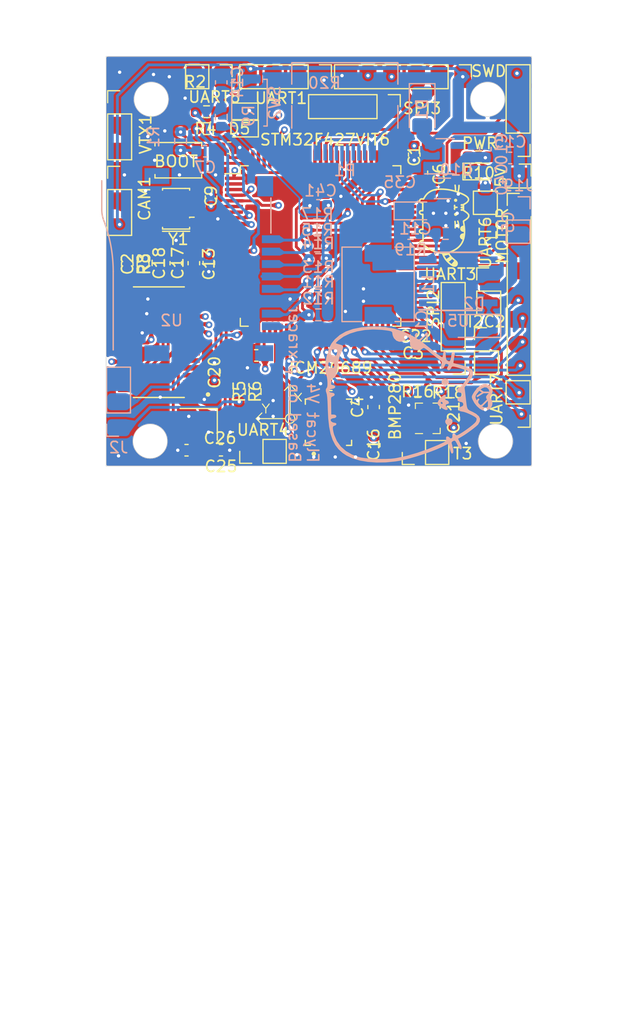
<source format=kicad_pcb>
(kicad_pcb (version 20221018) (generator pcbnew)
  (layers (0 "F.Cu" signal) (1 "In1.Cu" power) (2 "In2.Cu" power) (31 "B.Cu" signal) (34 "B.Paste" user) (35 "F.Paste" user) (36 "B.SilkS" user "B.Silkscreen") (37 "F.SilkS" user "F.Silkscreen") (38 "B.Mask" user) (39 "F.Mask" user) (44 "Edge.Cuts" user))
  (net 0 "")
  (net 1 "GND")
  (net 2 "VCAP_2")
  (net 3 "VCAP_1")
  (net 4 "VCC")
  (net 5 "NRST")
  (net 6 "PWR_IN")
  (net 7 "VBUS")
  (net 8 "BOOT0")
  (net 9 "USB_D+")
  (net 10 "TIM1_CH3")
  (net 11 "TIM1_CH2")
  (net 12 "TIM1_CH1")
  (net 13 "TIM3_CH4")
  (net 14 "TIM3_CH3")
  (net 15 "TIM4_CH1")
  (net 16 "TIM4_CH2")
  (net 17 "UART1_TX")
  (net 18 "UART1_RX")
  (net 19 "SWCLK")
  (net 20 "SWDIO")
  (net 21 "I2C_SCl")
  (net 22 "I2C_SDA")
  (net 23 "I2C2_SCl")
  (net 24 "I2C2_SDA")
  (net 25 "UART3_RX")
  (net 26 "UART3_TX")
  (net 27 "UART2_CTS")
  (net 28 "UART2_RTS")
  (net 29 "UART2_TX")
  (net 30 "UART2_RX")
  (net 31 "Buzzer")
  (net 32 "ICM20948_CS")
  (net 33 "MPU9250_CS")
  (net 34 "LED1")
  (net 35 "LED2")
  (net 36 "LED3")
  (net 37 "SDIO0")
  (net 38 "SDIO1")
  (net 39 "SDIO_CLK")
  (net 40 "SDIO_CMD")
  (net 41 "SDIO3")
  (net 42 "SDIO2")
  (net 43 "SBUS")
  (net 44 "UART8_TX")
  (net 45 "UART8_RX")
  (net 46 "CAN1_TX")
  (net 47 "CAN1_RX")
  (net 48 "USB_D-")
  (net 49 "Net-(U2-VIN)")
  (net 50 "UART6_RX")
  (net 51 "UART6_TX")
  (net 52 "SPI2_MOSI")
  (net 53 "SPI2_MISO")
  (net 54 "SPI2_SCK")
  (net 55 "EXTERNAL_MEM_CS")
  (net 56 "TIM1_CH4")
  (net 57 "Net-(U2-VOUT)")
  (net 58 "3.3_SENSE_EN")
  (net 59 "UART7_TX")
  (net 60 "UART7_RX")
  (net 61 "MPU9250_DRDY")
  (net 62 "IMU_MOSI")
  (net 63 "IMU_MISO")
  (net 64 "IMU_CLK")
  (net 65 "BATT_CURRENT_SENSE")
  (net 66 "BATT_VOLT_SENSE")
  (net 67 "OSC1-")
  (net 68 "OSC1+")
  (net 69 "Net-(U2-SAG)")
  (net 70 "5V_SENSE")
  (net 71 "SPI3_MOSI")
  (net 72 "SPI3_MISO")
  (net 73 "SPI3_SCK")
  (net 74 "SPI3_CS")
  (net 75 "Net-(D2-K)")
  (net 76 "SAFETY_SWITCH_IN")
  (net 77 "LED_SAFETY")
  (net 78 "Net-(U5-BOOT)")
  (net 80 "5V_IN")
  (net 81 "Net-(D6-A)")
  (net 84 "OSD_VIDEO_IN")
  (net 85 "Net-(U5-VSENSE)")
  (net 86 "Net-(C17-Pad2)")
  (net 89 "TIM4_CH3")
  (net 90 "TIM4_CH4")
  (net 91 "CS_OSD")
  (net 92 "MOSI_OSD")
  (net 93 "SCLK_OSD")
  (net 104 "Net-(U2-XFB)")
  (net 105 "OSD_VIDEO_OUT")
  (net 106 "Net-(U2-CLKIN)")
  (net 108 "BATT_VOLT")
  (net 110 "Net-(IMU1-REGOUT)")
  (net 116 "Net-(D4-A)")
  (net 117 "Net-(D5-A)")
  (net 118 "UART4_TX")
  (net 119 "MISO_OSD")
  (net 120 "SPI2_CS")
  (footprint "Capacitor_SMD:C_0603_1608Metric" (layer "F.Cu") (at 129.5 89.7 -90)
    (fp_text reference "C6")
    (fp_text value "100n")
  )
  (footprint "Resistor_SMD:R_0603_1608Metric" (layer "F.Cu") (at 129.8 110.7)
    (fp_text reference "R16")
    (fp_text value "R")
  )
  (footprint "Capacitor_SMD:C_0603_1608Metric" (layer "F.Cu") (at 122.075 110.1 180)
    (fp_text reference "C23" hide)
    (fp_text value "0.1uF")
  )
  (footprint "pad_connector:pusheen_8mm" (layer "F.Cu") (at 132.2 95.9 -90)
    (fp_text reference "G***" hide)
    (fp_text value "LOGO" hide)
  )
  (footprint "pad_connector:PinHeader_1x04_P2.00mm_Vertical" (layer "F.Cu") (at 132.95 108.1 180)
    (fp_text reference "SPI2")
    (fp_text value "SPI3_Conn" hide)
  )
  (footprint "pad_connector:PinHeader_1x04_P2.00mm_Vertical" (layer "F.Cu") (at 121.1 82.8 -90)
    (fp_text reference "UART1")
    (fp_text value "CRSF" hide)
  )
  (footprint "Capacitor_SMD:C_0603_1608Metric" (layer "F.Cu") (at 129.475 105.7)
    (fp_text reference "C22")
    (fp_text value "100n")
  )
  (footprint "Capacitor_SMD:C_0603_1608Metric" (layer "F.Cu") (at 133 113.1 90)
    (fp_text reference "C21")
    (fp_text value "0.1uF")
  )
  (footprint "pad_connector:PinHeader_1x02_P2.00mm_Vertical" (layer "F.Cu") (at 129.5 116.1 90)
    (fp_text reference "T3")
    (fp_text value "Conn_01x02_Male")
  )
  (footprint "Capacitor_SMD:C_0603_1608Metric" (layer "F.Cu") (at 109.975 99.325 90)
    (fp_text reference "C17")
    (fp_text value "47uF")
  )
  (footprint "pad_connector:orientation_mark" (layer "F.Cu") (at 118.5 113.1)
    (fp_text reference "REF**" hide)
    (fp_text value "orientation_mark")
  )
  (footprint "LED_SMD:LED_0603_1608Metric" (layer "F.Cu") (at 114.175 85.87 180)
    (fp_text reference "D4" hide)
    (fp_text value "LED" hide)
  )
  (footprint "Package_LGA:Bosch_LGA-8_2x2.5mm_P0.65mm_ClockwisePinNumbering" (layer "F.Cu") (at 130.7 113.075 90)
    (fp_text reference "BMP280")
    (fp_text value "BMP280")
  )
  (footprint "pad_connector:PinHeader_1x04_P2.00mm_Vertical" (layer "F.Cu") (at 138.7 88.8 180)
    (fp_text reference "SWD")
    (fp_text value "UART4_con" hide)
  )
  (footprint "Crystal:Crystal_SMD_2520-4Pin_2.5x2.0mm" (layer "F.Cu") (at 110.4 113.6 180)
    (fp_text reference "Y2")
    (fp_text value "Crystal_GND24_Small" hide)
  )
  (footprint "pad_connector:PinHeader_1x06_P2.00mm_Vertical" (layer "F.Cu") (at 133.5 82.8 -90)
    (fp_text reference "GPS1" hide)
    (fp_text value "GPS" hide)
  )
  (footprint "pad_connector:PinHeader_1x08_P2.00mm_Vertical" (layer "F.Cu") (at 138.8 94.2)
    (fp_text reference "MOTOR")
    (fp_text value "Conn_01x08_Male")
  )
  (footprint "Resistor_SMD:R_0603_1608Metric" (layer "F.Cu") (at 106.8 99.3 90)
    (fp_text reference "R8")
    (fp_text value "75R")
  )
  (footprint "pad_connector:PinHeader_1x02_P2.00mm_Vertical" (layer "F.Cu") (at 138.7 112.8 180)
    (fp_text reference "UART7")
    (fp_text value "Conn_01x02_Male")
  )
  (footprint "pad_connector:PinHeader_1x03_P2.00mm_Vertical" (layer "F.Cu") (at 103.4 85.1)
    (fp_text reference "VTX1")
    (fp_text value "Conn_01x03_Male" hide)
  )
  (footprint "Capacitor_SMD:C_0603_1608Metric" (layer "F.Cu") (at 112.375 115.9 180)
    (fp_text reference "C25")
    (fp_text value "47uF")
  )
  (footprint "Capacitor_SMD:C_0603_1608Metric" (layer "F.Cu") (at 125.9 112.075 90)
    (fp_text reference "C4")
    (fp_text value "0.1uF")
  )
  (footprint "pad_connector:PinSocket_1x01_P2.00mm_Vertical" (layer "F.Cu") (at 138.8 91.6)
    (fp_text reference "5V")
    (fp_text value "Conn_01x01_Pin")
  )
  (footprint "Resistor_SMD:R_0603_1608Metric_Pad0.98x0.95mm_HandSolder" (layer "F.Cu") (at 114 110.7 90)
    (fp_text reference "R5")
    (fp_text value "10k")
  )
  (footprint "Capacitor_SMD:C_0603_1608Metric" (layer "F.Cu") (at 104.075 99.4 90)
    (fp_text reference "C2")
    (fp_text value "47uF")
  )
  (footprint "Capacitor_SMD:C_0603_1608Metric" (layer "F.Cu") (at 111.3 99.3 -90)
    (fp_text reference "C13")
    (fp_text value "100n")
  )
  (footprint "Capacitor_SMD:C_0603_1608Metric" (layer "F.Cu") (at 115.5 107.5 180)
    (fp_text reference "C8" hide)
    (fp_text value "100n")
  )
  (footprint "Resistor_SMD:R_0603_1608Metric" (layer "F.Cu") (at 105.475 99.373214 90)
    (fp_text reference "R3")
    (fp_text value "75R")
  )
  (footprint "Resistor_SMD:R_0603_1608Metric_Pad0.98x0.95mm_HandSolder" (layer "F.Cu") (at 111.1 87.4)
    (fp_text reference "R4")
    (fp_text value "R")
  )
  (footprint "Capacitor_SMD:C_0603_1608Metric_Pad1.08x0.95mm_HandSolder" (layer "F.Cu") (at 129.5 107.2)
    (fp_text reference "C3")
    (fp_text value "CP")
  )
  (footprint "Resistor_SMD:R_0603_1608Metric_Pad0.98x0.95mm_HandSolder" (layer "F.Cu") (at 135.2 89.9 180)
    (fp_text reference "R10")
    (fp_text value "R")
  )
  (footprint "Capacitor_SMD:C_0603_1608Metric" (layer "F.Cu") (at 108.375 99.325 90)
    (fp_text reference "C18")
    (fp_text value "22uF")
  )
  (footprint "Crystal:Resonator_SMD_Murata_CSTxExxV-3Pin_3.0x1.1mm_HandSoldering" (layer "F.Cu") (at 108.4 94.5 90)
    (fp_text reference "Y1")
    (fp_text value "Resonator")
  )
  (footprint "pad_connector:PinHeader_1x02_P2.00mm_Vertical" (layer "F.Cu") (at 136.1 100.8)
    (fp_text reference "UART3")
    (fp_text value "Conn_01x02_Male")
  )
  (footprint "Resistor_SMD:R_0603_1608Metric" (layer "F.Cu") (at 132.8 110.725)
    (fp_text reference "R18")
    (fp_text value "R")
  )
  (footprint "Capacitor_SMD:C_0603_1608Metric" (layer "F.Cu") (at 111.8 108.925 90)
    (fp_text reference "C20")
    (fp_text value "100n" hide)
  )
  (footprint "Resistor_SMD:R_0603_1608Metric_Pad0.98x0.95mm_HandSolder" (layer "F.Cu") (at 111.1 85.9)
    (fp_text reference "R2")
    (fp_text value "R")
  )
  (footprint "Capacitor_SMD:C_0603_1608Metric" (layer "F.Cu") (at 131.2 91.3 90)
    (fp_text reference "C1")
    (fp_text value "CP")
  )
  (footprint "pad_connector:PinHeader_1x02_P2.00mm_Vertical" (layer "F.Cu") (at 115.1 116 90)
    (fp_text reference "UART4")
    (fp_text value "Conn_01x02_Male")
  )
  (footprint "Button_Switch_SMD:SW_Push_SPST_NO_Alps_SKRK" (layer "F.Cu") (at 108.6 90.2)
    (fp_text reference "BOOT")
    (fp_text value "SW_Push")
  )
  (footprint "Resistor_SMD:R_0603_1608Metric_Pad0.98x0.95mm_HandSolder" (layer "F.Cu") (at 115.4 110.7 90)
    (fp_text reference "R6")
    (fp_text value "10k" hide)
  )
  (footprint "pad_connector:PinHeader_1x02_P2.00mm_Vertical" (layer "F.Cu") (at 135.8 96 180)
    (fp_text reference "UART6")
    (fp_text value "Conn_01x02_Male")
  )
  (footprint "LED_SMD:LED_0603_1608Metric" (layer "F.Cu") (at 135.3 91.2)
    (fp_text reference "PWR")
    (fp_text value "LED")
  )
  (footprint "MAX7456EUI_:SOP65P637X110-28N" (layer "F.Cu") (at 106.875 106.325 180)
    (fp_text reference "U2")
    (fp_text value "MAX7456EUI+")
  )
  (footprint "LED_SMD:LED_0603_1608Metric" (layer "F.Cu") (at 114.2 87.4 180)
    (fp_text reference "D5")
    (fp_text value "LED")
  )
  (footprint "pad_connector:PinHeader_1x03_P2.00mm_Vertical" (layer "F.Cu") (at 103.4 91.8)
    (fp_text reference "CAM1")
    (fp_text value "Conn_01x03_Male" hide)
  )
  (footprint "Capacitor_SMD:C_0603_1608Metric" (layer "F.Cu") (at 109.325 115.9)
    (fp_text reference "C26")
    (fp_text value "22uF")
  )
  (footprint "pad_connector:PinHeader_1x02_P2.00mm_Vertical" (layer "F.Cu") (at 135.9 106.1)
    (fp_text reference "I2C2")
    (fp_text value "Conn_01x02_Male")
  )
  (footprint "Capacitor_SMD:C_0603_1608Metric" (layer "F.Cu") (at 113.1 89.1)
    (fp_text reference "C19" hide)
    (fp_text value "100n")
  )
  (footprint "Package_QFP:LQFP-100_14x14mm_P0.5mm" (layer "F.Cu") (at 121.2 97.8)
    (fp_text reference "STM32F427VIT6")
    (fp_text value "STM32F427VITx")
  )
  (footprint "Capacitor_SMD:C_0603_1608Metric" (layer "F.Cu") (at 125.955 115.45 -90)
    (fp_text reference "C16")
    (fp_text value "0.1uF")
  )
  (footprint "pad_connector:QFN50P400X400X95-24N" (layer "F.Cu") (at 121.9 113.4225 90)
    (fp_text reference "ICM20689")
    (fp_text value "ICM-20689")
  )
  (footprint "Capacitor_SMD:C_0603_1608Metric" (layer "F.Cu") (at 111.5 93.5 90)
    (fp_text reference "C9")
    (fp_text value "100n")
  )
  (footprint "pad_connector:PinHeader_1x04_P2.00mm_Vertical" (layer "F.Cu") (at 127.2 85.45 -90)
    (fp_text reference "SPI3")
    (fp_text value "SPI3_Conn" hide)
  )
  (footprint "pad_connector:PinHeader_1x02_P2.00mm_Vertical" (layer "F.Cu") (at 112.3 82.8 -90)
    (fp_text reference "UART8")
    (fp_text value "Conn_01x02_Male")
  )
  (footprint "Resistor_SMD:R_0603_1608Metric" (layer "B.Cu") (at 132.275 96.69)
    (fp_text reference "R20")
    (fp_text value "3.24kOhm")
  )
  (footprint "Capacitor_SMD:C_0603_1608Metric" (layer "B.Cu") (at 136.4 95.7 90)
    (fp_text reference "C5")
    (fp_text value "100n")
  )
  (footprint "Resistor_SMD:R_0603_1608Metric" (layer "B.Cu") (at 121 99 180)
    (fp_text reference "R14")
    (fp_text value "R")
  )
  (footprint "Diode_SMD:D_SMF" (layer "B.Cu") (at 134.8 104.89 180)
    (fp_text reference "D2")
    (fp_text value "B340" hide)
  )
  (footprint "Resistor_SMD:R_0603_1608Metric" (layer "B.Cu") (at 112.4 86.375 90)
    (fp_text reference "R9")
    (fp_text value "R")
  )
  (footprint "Capacitor_SMD:C_1206_3216Metric" (layer "B.Cu") (at 132 92.7)
    (fp_text reference "C35")
    (fp_text value "CP")
  )
  (footprint "pad_connector:PinHeader_1x03_P2.00mm_Vertical" (layer "B.Cu") (at 103.3 113.6)
    (fp_text reference "J2")
    (fp_text value "Conn_01x03_Pin" hide)
  )
  (footprint "Capacitor_SMD:C_0603_1608Metric" (layer "B.Cu") (at 135.8 91.9 90)
    (fp_text reference "C40")
    (fp_text value "100n")
  )
  (footprint "Button_Switch_SMD:SW_Push_SPST_NO_Alps_SKRK" (layer "B.Cu") (at 114.9 85.1 90)
    (fp_text reference "SW2")
    (fp_text value "SW_Push" hide)
  )
  (footprint "Diode_SMD:D_1206_3216Metric" (layer "B.Cu") (at 130.2 85.7 -90)
    (fp_text reference "D1")
    (fp_text value "DIODE")
  )
  (footprint "Capacitor_SMD:C_0603_1608Metric" (layer "B.Cu") (at 138 90 180)
    (fp_text reference "C15")
    (fp_text value "C")
  )
  (footprint "Resistor_SMD:R_0603_1608Metric" (layer "B.Cu") (at 129.175 96.69)
    (fp_text reference "R19")
    (fp_text value "10kOhm")
  )
  (footprint "pad_connector:pusheen_15mm" (layer "B.Cu") (at 129.1 111 90)
    (fp_text reference "G***" hide)
    (fp_text value "LOGO" hide)
  )
  (footprint "Package_TO_SOT_SMD:SOT-23-5" (layer "B.Cu") (at 132.2375 89.85)
    (fp_text reference "U10")
    (fp_text value "LP5907MFX-3.3")
  )
  (footprint "Package_SO:TI_SO-PowerPAD-8_ThermalVias" (layer "B.Cu") (at 133.4 100.935)
    (fp_text reference "U5")
    (fp_text value "TPS5430DDA")
  )
  (footprint "Resistor_SMD:R_0603_1608Metric" (layer "B.Cu") (at 120.91 97.8 180)
    (fp_text reference "R15")
    (fp_text value "R")
  )
  (footprint "Resistor_SMD:R_0603_1608Metric" (layer "B.Cu") (at 121 102.4 180)
    (fp_text reference "R11")
    (fp_text value "R")
  )
  (footprint "Capacitor_Tantalum_SMD:CP_EIA-2012-15_AVX-P_Pad1.30x1.05mm_HandSolder" (layer "B.Cu") (at 129.6 94.69)
    (fp_text reference "C11")
    (fp_text value "220uF")
  )
  (footprint "Resistor_SMD:R_0603_1608Metric" (layer "B.Cu") (at 120.91 96.4 180)
    (fp_text reference "R17")
    (fp_text value "R")
  )
  (footprint "Resistor_SMD:R_0603_1608Metric" (layer "B.Cu") (at 121 103.9 180)
    (fp_text reference "R12")
    (fp_text value "R")
  )
  (footprint "Capacitor_SMD:C_0603_1608Metric" (layer "B.Cu") (at 135.8 89.2 90)
    (fp_text reference "C10")
    (fp_text value "1u")
  )
  (footprint "Capacitor_SMD:C_0603_1608Metric" (layer "B.Cu") (at 110.975 89.4)
    (fp_text reference "C7")
    (fp_text value "100n")
  )
  (footprint "Resistor_SMD:R_0603_1608Metric" (layer "B.Cu") (at 121 101.1 180)
    (fp_text reference "R13")
    (fp_text value "R")
  )
  (footprint "Capacitor_SMD:C_0603_1608Metric" (layer "B.Cu") (at 112.4 83.3 90)
    (fp_text reference "C14")
    (fp_text value "100n")
  )
  (footprint "Capacitor_SMD:C_0603_1608Metric" (layer "B.Cu") (at 131.6 104.89 -90)
    (fp_text reference "C12")
    (fp_text value "0.01uF")
  )
  (footprint "Connector_USB:USB_C_Receptacle_HRO_TYPE-C-31-M-12" (layer "B.Cu") (at 123.35 85.455)
    (fp_text reference "P1")
    (fp_text value "USB_C_Plug_USB2.0")
  )
  (footprint "Inductor_SMD:L_6.3x6.3_H3" (layer "B.Cu") (at 126.3 101.2 90)
    (fp_text reference "L1")
    (fp_text value "18uH")
  )
  (footprint "Capacitor_SMD:C_0603_1608Metric" (layer "B.Cu") (at 121 94.2 180)
    (fp_text reference "C41")
    (fp_text value "C")
  )
  (footprint "Pixracer_clone:SUNTECH_ST-TF-003A" (layer "B.Cu") (at 111.47 100.72 90)
    (fp_text reference "J18")
    (fp_text value "Micro_SD_Card")
  )
  (footprint "pad_connector:PinHeader_1x02_P2.00mm_Vertical" (layer "B.Cu") (at 138.7 94.5 180)
    (fp_text reference "J19")
    (fp_text value "Conn_01x02_Pin")
  )
  (footprint "Resistor_SMD:R_0603_1608Metric" (layer "B.Cu") (at 108.8 88.5 -90)
    (fp_text reference "R1")
    (fp_text value "R")
  )
  (gr_circle (center 136.7 115.1) (end 138.1 115.7) (stroke (width 0.05)) (fill none) (layer "Edge.Cuts"))
  (gr_circle (center 136 84.8) (end 137.4 85.4) (stroke (width 0.05)) (fill none) (layer "Edge.Cuts"))
  (gr_circle (center 106.1 115.1) (end 107.5 115.7) (stroke (width 0.05)) (fill none) (layer "Edge.Cuts"))
  (gr_circle (center 106.2 84.8) (end 107.6 85.4) (stroke (width 0.05)) (fill none) (layer "Edge.Cuts"))
  (gr_rect (start 102.2 81) (end 139.9 117.3) (stroke (width 0.05)) (fill none) (layer "Edge.Cuts"))
  (gr_text "Flycat V4\nBased on pixracer\n" (at 118.3 117.1 270) (layer "B.SilkS") (effects (font (size 1 1)) (justify left bottom mirror)))
  (segment (start 111.3 100.075) (end 111.3 100.525) (width 0.25) (layer "F.Cu") (net 1))
  (segment (start 114.725 108.6) (end 114.8 108.6) (width 0.25) (layer "F.Cu") (net 1))
  (segment (start 115.875 103.944976) (end 115.625 104.194976) (width 0.15) (layer "F.Cu") (net 1))
  (segment (start 111.3 107.65) (end 111.3 106.5) (width 0.25) (layer "F.Cu") (net 1))
  (segment (start 113.2 113.359394) (end 113.2 114.3) (width 0.1524) (layer "F.Cu") (net 1))
  (segment (start 123.8 109.3) (end 125.7 111.2) (width 0.25) (layer "F.Cu") (net 1))
  (segment (start 115.625 104.194976) (end 115.625 106.6) (width 0.15) (layer "F.Cu") (net 1))
  (segment (start 130.4 91.08) (end 130.4 91.75) (width 0.25) (layer "F.Cu") (net 1))
  (segment (start 105.8 103.8) (end 106.775 104.775) (width 0.15) (layer "F.Cu") (net 1))
  (segment (start 110.9 111.4) (end 111.240606 111.4) (width 0.1524) (layer "F.Cu") (net 1))
  (segment (start 115.7 89.2) (end 115.7 90.125) (width 0.25) (layer "F.Cu") (net 1))
  (segment (start 111.240606 111.4) (end 113.2 113.359394) (width 0.1524) (layer "F.Cu") (net 1))
  (segment (start 113.525 96.3) (end 112.725 96.3) (width 0.15) (layer "F.Cu") (net 1))
  (segment (start 109.75 106) (end 110.8 106) (width 0.25) (layer "F.Cu") (net 1))
  (segment (start 114.319976 96.3) (end 115.875 97.855024) (width 0.15) (layer "F.Cu") (net 1))
  (segment (start 111.8 108.15) (end 111.8 108.35) (width 0.25) (layer "F.Cu") (net 1))
  (segment (start 114.107293 89) (end 115.5 89) (width 0.25) (layer "F.Cu") (net 1))
  (segment (start 111.3 106.5) (end 111.259228 106.5) (width 0.25) (layer "F.Cu") (net 1))
  (segment (start 122.1 109.3) (end 123.8 109.3) (width 0.25) (layer "F.Cu") (net 1))
  (segment (start 114.725 107.5) (end 114.8 107.5) (width 0.15) (layer "F.Cu") (net 1))
  (segment (start 112.725 96.3) (end 112.1 95.675) (width 0.15) (layer "F.Cu") (net 1))
  (segment (start 122.1 109.3) (end 120.65 110.75) (width 0.25) (layer "F.Cu") (net 1))
  (segment (start 121.4 110) (end 121.2 110) (width 0.25) (layer "F.Cu") (net 1))
  (segment (start 111.55 108.6) (end 109.75 108.6) (width 0.25) (layer "F.Cu") (net 1))
  (segment (start 123.9 109.3) (end 122.1 109.3) (width 0.25) (layer "F.Cu") (net 1))
  (segment (start 111.3 100.525) (end 112.075 101.3) (width 0.25) (layer "F.Cu") (net 1))
  (segment (start 113.90616 89.06884) (end 113.875 89.1) (width 0.25) (layer "F.Cu") (net 1))
  (segment (start 120.65 110.75) (end 120.65 111.4525) (width 0.25) (layer "F.Cu") (net 1))
  (segment (start 111.259228 106.5) (end 111.143205 106.383977) (width 0.25) (layer "F.Cu") (net 1))
  (segment (start 121.3 110.1) (end 121.4 110) (width 0.25) (layer "F.Cu") (net 1))
  (segment (start 115.625 106.6) (end 114.725 107.5) (width 0.15) (layer "F.Cu") (net 1))
  (segment (start 115.7 106.525) (end 114.725 107.5) (width 0.25) (layer "F.Cu") (net 1))
  (segment (start 106.775 106.425) (end 105.9 107.3) (width 0.15) (layer "F.Cu") (net 1))
  (segment (start 110.8 106) (end 111.3 106.5) (width 0.25) (layer "F.Cu") (net 1))
  (segment (start 122.9 82.9) (end 123.1 82.7) (width 0.25) (layer "F.Cu") (net 1))
  (segment (start 121.3 110.1) (end 122.1 109.3) (width 0.25) (layer "F.Cu") (net 1))
  (segment (start 112.075 101.3) (end 113.525 101.3) (width 0.25) (layer "F.Cu") (net 1))
  (segment (start 111.8 108.15) (end 111.3 107.65) (width 0.25) (layer "F.Cu") (net 1))
  (segment (start 131.5 113.4) (end 129.9 113.4) (width 0.25) (layer "F.Cu") (net 1))
  (segment (start 111.8 108.35) (end 111.55 108.6) (width 0.25) (layer "F.Cu") (net 1))
  (segment (start 125.9 111.3) (end 123.9 109.3) (width 0.25) (layer "F.Cu") (net 1))
  (segment (start 115.7 105.475) (end 115.7 106.525) (width 0.25) (layer "F.Cu") (net 1))
  (segment (start 114.038453 89.06884) (end 114.107293 89) (width 0.25) (layer "F.Cu") (net 1))
  (segment (start 112 101.3) (end 113.525 101.3) (width 0.25) (layer "F.Cu") (net 1))
  (segment (start 129.85 92.3) (end 128.875 92.3) (width 0.25) (layer "F.Cu") (net 1))
  (segment (start 114.038453 89.06884) (end 113.90616 89.06884) (width 0.25) (layer "F.Cu") (net 1))
  (segment (start 120.85 110) (end 120.635 110.215) (width 0.25) (layer "F.Cu") (net 1))
  (segment (start 111.8 108.15) (end 112 108.15) (width 0.25) (layer "F.Cu") (net 1))
  (segment (start 105.9 107.3) (end 104 107.3) (width 0.15) (layer "F.Cu") (net 1))
  (segment (start 112.1 95.675) (end 112.1 95.4) (width 0.15) (layer "F.Cu") (net 1))
  (segment (start 106.775 104.775) (end 106.775 106.425) (width 0.15) (layer "F.Cu") (net 1))
  (segment (start 129.5 90.18) (end 130.4 91.08) (width 0.25) (layer "F.Cu") (net 1))
  (segment (start 121.2 110) (end 120.85 110) (width 0.25) (layer "F.Cu") (net 1))
  (segment (start 130.4 91.75) (end 129.85 92.3) (width 0.25) (layer "F.Cu") (net 1))
  (segment (start 115.875 97.855024) (end 115.875 103.944976) (width 0.15) (layer "F.Cu") (net 1))
  (segment (start 123.1 82.7) (end 123.3 82.9) (width 0.25) (layer "F.Cu") (net 1))
  (segment (start 115.5 89) (end 115.7 89.2) (width 0.25) (layer "F.Cu") (net 1))
  (segment (start 111.5 100.8) (end 112 101.3) (width 0.25) (layer "F.Cu") (net 1))
  (segment (start 113.525 96.3) (end 114.319976 96.3) (width 0.15) (layer "F.Cu") (net 1))
  (segment (start 122.3 82.9) (end 122.9 82.9) (width 0.25) (layer "F.Cu") (net 1))
  (via (at 131.2 94.9) (size 0.6) (drill 0.3) (layers "F.Cu" "B.Cu") (net 1))
  (via (at 123 93.4) (size 0.6) (drill 0.3) (layers "F.Cu" "B.Cu") (net 1))
  (via (at 120.254089 94.229089) (size 0.6) (drill 0.3) (layers "F.Cu" "B.Cu") (net 1))
  (via (at 135.8 112.3) (size 0.6) (drill 0.3) (layers "F.Cu" "B.Cu") (net 1))
  (via (at 133.3 96) (size 0.6) (drill 0.3) (layers "F.Cu" "B.Cu") (net 1))
  (via (at 110.9 111.4) (size 0.6) (drill 0.3) (layers "F.Cu" "B.Cu") (net 1))
  (via (at 125 101.6) (size 0.6) (drill 0.3) (layers "F.Cu" "B.Cu") (net 1))
  (via (at 111.9 91.5) (size 0.6) (drill 0.3) (layers "F.Cu" "B.Cu") (net 1))
  (via (at 109.525 112.9) (size 0.6) (drill 0.3) (layers "F.Cu" "B.Cu") (net 1))
  (via (at 120.6 116.5) (size 0.6) (drill 0.3) (layers "F.Cu" "B.Cu") (net 1))
  (via (at 123.4 103.6) (size 0.6) (drill 0.3) (layers "F.Cu" "B.Cu") (net 1))
  (via (at 129 111.9) (size 0.6) (drill 0.3) (layers "F.Cu" "B.Cu") (net 1))
  (via (at 111.275 114.3) (size 0.6) (drill 0.3) (layers "F.Cu" "B.Cu") (net 1))
  (via (at 108.4 97.3) (size 0.6) (drill 0.3) (layers "F.Cu" "B.Cu") (net 1))
  (via (at 114.9 85.8) (size 0.6) (drill 0.3) (layers "F.Cu" "B.Cu") (net 1))
  (via (at 130.25 105.7) (size 0.6) (drill 0.3) (layers "F.Cu" "B.Cu") (net 1))
  (via (at 108.7 91.5) (size 0.6) (drill 0.3) (layers "F.Cu" "B.Cu") (net 1))
  (via (at 132.5 93.8) (size 0.6) (drill 0.3) (layers "F.Cu" "B.Cu") (net 1))
  (via (at 133.4 93.2) (size 0.6) (drill 0.3) (layers "F.Cu" "B.Cu") (net 1))
  (via (at 105.8 103.8) (size 0.6) (drill 0.3) (layers "F.Cu" "B.Cu") (net 1))
  (via (at 123.1 82.7) (size 0.6) (drill 0.3) (layers "F.Cu" "B.Cu") (net 1))
  (via (at 118.5 102.5) (size 0.6) (drill 0.3) (layers "F.Cu" "B.Cu") (net 1))
  (via (at 112.1 95.4) (size 0.6) (drill 0.3) (layers "F.Cu" "B.Cu") (net 1))
  (via (at 103.3 116.4) (size 0.6) (drill 0.3) (layers "F.Cu" "B.Cu") (net 1))
  (via (at 117 112.9) (size 0.6) (drill 0.3) (layers "F.Cu" "B.Cu") (net 1))
  (via (at 105.7 92.9) (size 0.6) (drill 0.3) (layers "F.Cu" "B.Cu") (net 1))
  (via (at 107 111.2) (size 0.6) (drill 0.3) (layers "F.Cu" "B.Cu") (net 1))
  (via (at 103.4 82.4) (size 0.6) (drill 0.3) (layers "F.Cu" "B.Cu") (net 1))
  (via (at 134.1 115.3) (size 0.6) (drill 0.3) (layers "F.Cu" "B.Cu") (net 1))
  (via (at 114.72 108.595) (size 0.6) (drill 0.3) (layers "F.Cu" "B.Cu") (net 1))
  (via (at 132.3 94.9) (size 0.6) (drill 0.3) (layers "F.Cu" "B.Cu") (net 1))
  (via (at 133.3 94.9) (size 0.6) (drill 0.3) (layers "F.Cu" "B.Cu") (net 1))
  (via (at 121.5 83.1) (size 0.6) (drill 0.3) (layers "F.Cu" "B.Cu") (net 1))
  (via (at 108.55 115.9) (size 0.6) (drill 0.3) (layers "F.Cu" "B.Cu") (net 1))
  (via (at 103.8245 91.5) (size 0.6) (drill 0.3) (layers "F.Cu" "B.Cu") (net 1))
  (via (at 105.4 105.5) (size 0.6) (drill 0.3) (layers "F.Cu" "B.Cu") (net 1))
  (via (at 125 102.7) (size 0.6) (drill 0.3) (layers "F.Cu" "B.Cu") (net 1))
  (via (at 119.1 116.3) (size 0.6) (drill 0.3) (layers "F.Cu" "B.Cu") (net 1))
  (via (at 117 111.5) (size 0.6) (drill 0.3) (layers "F.Cu" "B.Cu") (net 1))
  (via (at 111.3 100.075) (size 0.6) (drill 0.3) (layers "F.Cu" "B.Cu") (net 1))
  (via (at 115.7 113.1) (size 0.6) (drill 0.3) (layers "F.Cu" "B.Cu") (net 1))
  (via (at 111.5 93.225) (size 0.6) (drill 0.3) (layers "F.Cu" "B.Cu") (net 1))
  (via (at 113.2 114.3) (size 0.6) (drill 0.3) (layers "F.Cu" "B.Cu") (net 1))
  (via (at 109.2 84.7) (size 0.6) (drill 0.3) (layers "F.Cu" "B.Cu") (net 1))
  (via (at 125.7 111.2) (size 0.6) (drill 0.3) (layers "F.Cu" "B.Cu") (net 1))
  (via (at 106.4 82.6) (size 0.6) (drill 0.3) (layers "F.Cu" "B.Cu") (net 1))
  (via (at 105.9 88.1) (size 0.6) (drill 0.3) (layers "F.Cu" "B.Cu") (net 1))
  (via (at 129.5 90.2) (size 0.6) (drill 0.3) (layers "F.Cu" "B.Cu") (net 1))
  (via (at 124.5 111.5) (size 0.6) (drill 0.3) (layers "F.Cu" "B.Cu") (net 1))
  (via (at 114.038453 89.06884) (size 0.6) (drill 0.3) (layers "F.Cu" "B.Cu") (net 1))
  (via (at 107.4 87.6) (size 0.6) (drill 0.3) (layers "F.Cu" "B.Cu") (net 1))
  (via (at 106.5 90.2) (size 0.6) (drill 0.3) (layers "F.Cu" "B.Cu") (net 1))
  (via (at 124.3 116.5) (size 0.6) (drill 0.3) (layers "F.Cu" "B.Cu") (net 1))
  (via (at 113.15 115.9) (size 0.6) (drill 0.3) (layers "F.Cu" "B.Cu") (net 1))
  (via (at 105.9 102.5) (size 0.6) (drill 0.3) (layers "F.Cu" "B.Cu") (net 1))
  (via (at 132.3 96) (size 0.6) (drill 0.3) (layers "F.Cu" "B.Cu") (net 1))
  (via (at 121.2 110) (size 0.6) (drill 0.3) (layers "F.Cu" "B.Cu") (net 1))
  (via (at 111.8 108.15) (size 0.6) (drill 0.3) (layers "F.Cu" "B.Cu") (net 1))
  (via (at 122.5 116.5) (size 0.6) (drill 0.3) (layers "F.Cu" "B.Cu") (net 1))
  (via (at 107.8 82.8) (size 0.6) (drill 0.3) (layers "F.Cu" "B.Cu") (net 1))
  (segment (start 134.6 98.79) (end 134.6 100.995) (width 0.25) (layer "B.Cu") (net 1))
  (segment (start 134.2325 92.79) (end 133.57 92.79) (width 0.25) (layer "B.Cu") (net 1))
  (segment (start 135.235 100.36) (end 134.6 100.995) (width 0.25) (layer "B.Cu") (net 1))
  (segment (start 135.8738 106.9262) (end 137.5 105.3) (width 0.1524) (layer "B.Cu") (net 1))
  (segment (start 131.41 94.69) (end 132.09 94.69) (width 0.25) (layer "B.Cu") (net 1))
  (segment (start 131.4762 106.9262) (end 135.8738 106.9262) (width 0.1524) (layer "B.Cu") (net 1))
  (segment (start 138.7 94.3) (end 137.025 94.3) (width 1) (layer "B.Cu") (net 1))
  (segment (start 133.1 95.09) (end 133.1 96.69) (width 0.25) (layer "B.Cu") (net 1))
  (segment (start 139.3 100.624438) (end 139.3 98.6) (width 0.1524) (layer "B.Cu") (net 1))
  (segment (start 135.7 94.925) (end 133.475 92.7) (width 1) (layer "B.Cu") (net 1))
  (segment (start 133.475 96.315) (end 133.1 96.69) (width 1) (layer "B.Cu") (net 1))
  (segment (start 129.960089 85.25) (end 130 85.25) (width 0.25) (layer "B.Cu") (net 1))
  (segment (start 130.25 105.7) (end 131.4762 106.9262) (width 0.1524) (layer "B.Cu") (net 1))
  (segment (start 119.03 88.585) (end 118.215 89.4) (width 0.25) (layer "B.Cu") (net 1))
  (segment (start 133.1 96.69) (end 133.1 100.635) (width 1) (layer "B.Cu") (net 1))
  (segment (start 132.3 94.9) (end 132.51 94.69) (width 0.25) (layer "B.Cu") (net 1))
  (segment (start 133.9 93.1225) (end 134.2325 92.79) (width 0.25) (layer "B.Cu") (net 1))
  (segment (start 119.945 89.5) (end 119.03 88.585) (width 0.25) (layer "B.Cu") (net 1))
  (segment (start 137.5 105.3) (end 137.5 102.424438) (width 0.1524) (layer "B.Cu") (net 1))
  (segment (start 133.3 94.9) (end 133.475 95.075) (width 1) (layer "B.Cu") (net 1))
  (segment (start 131.2 94.9) (end 131.41 94.69) (width 0.25) (layer "B.Cu") (net 1))
  (segment (start 132.51 94.69) (end 132.7 94.69) (width 0.25) (layer "B.Cu") (net 1))
  (segment (start 133.475 95.075) (end 133.475 95.825) (width 1) (layer "B.Cu") (net 1))
  (segment (start 130.99 94.69) (end 131.2 94.9) (width 0.25) (layer "B.Cu") (net 1))
  (segment (start 132.09 94.69) (end 132.3 94.9) (width 0.25) (layer "B.Cu") (net 1))
  (segment (start 132.7 94.69) (end 133.1 95.09) (width 0.25) (layer "B.Cu") (net 1))
  (segment (start 137.5 102.424438) (end 139.3 100.624438) (width 0.1524) (layer "B.Cu") (net 1))
  (segment (start 134.6 100.995) (end 134.6 103.64) (width 0.25) (layer "B.Cu") (net 1))
  (segment (start 120.225 94.2) (end 120.225 89.625) (width 0.25) (layer "B.Cu") (net 1))
  (segment (start 133.475 94.725) (end 133.3 94.9) (width 1) (layer "B.Cu") (net 1))
  (segment (start 120.1 89.5) (end 119.945 89.5) (width 0.25) (layer "B.Cu") (net 1))
  (segment (start 133.475 92.7) (end 133.475 94.725) (width 1) (layer "B.Cu") (net 1))
  (segment (start 137.025 94.3) (end 136.4 94.925) (width 1) (layer "B.Cu") (net 1))
  (segment (start 136.4 94.925) (end 135.7 94.925) (width 1) (layer "B.Cu") (net 1))
  (segment (start 133.1 96.69) (end 133.1 97.29) (width 0.25) (layer "B.Cu") (net 1))
  (segment (start 127.67 88.585) (end 127.67 87.540089) (width 0.25) (layer "B.Cu") (net 1))
  (segment (start 134.035 100.3) (end 133.4 100.935) (width 0.5) (layer "B.Cu") (net 1))
  (segment (start 130.575 94.69) (end 130.99 94.69) (width 0.25) (layer "B.Cu") (net 1))
  (segment (start 134.6 103.64) (end 133.35 104.89) (width 0.25) (layer "B.Cu") (net 1))
  (segment (start 133.475 96.175) (end 133.475 96.315) (width 1) (layer "B.Cu") (net 1))
  (segment (start 133.475 95.825) (end 133.3 96) (width 1) (layer "B.Cu") (net 1))
  (segment (start 127.67 87.540089) (end 129.960089 85.25) (width 0.25) (layer "B.Cu") (net 1))
  (segment (start 133.1 100.635) (end 133.4 100.935) (width 1) (layer "B.Cu") (net 1))
  (segment (start 120.225 89.625) (end 120.1 89.5) (width 0.25) (layer "B.Cu") (net 1))
  (segment (start 133.3 96) (end 133.475 96.175) (width 1) (layer "B.Cu") (net 1))
  (segment (start 136.1 100.3) (end 134.035 100.3) (width 0.5) (layer "B.Cu") (net 1))
  (segment (start 130.475 92.8) (end 131.2 92.075) (width 0.25) (layer "F.Cu") (net 2))
  (segment (start 128.875 92.8) (end 130.475 92.8) (width 0.25) (layer "F.Cu") (net 2))
  (segment (start 126.7 105.475) (end 126.7 106.340686) (width 0.25) (layer "F.Cu") (net 3))
  (segment (start 126.779657 106.420343) (end 126.959314 106.6) (width 0.25) (layer "F.Cu") (net 3))
  (segment (start 126.7 106.340686) (end 126.779657 106.420343) (width 0.25) (layer "F.Cu") (net 3))
  (segment (start 128.6375 107.2) (end 127.559314 107.2) (width 0.25) (layer "F.Cu") (net 3))
  (segment (start 127.559314 107.2) (end 126.779657 106.420343) (width 0.25) (layer "F.Cu") (net 3))
  (segment (start 133 113.875) (end 131.875 112.75) (width 0.25) (layer "F.Cu") (net 4))
  (segment (start 106.2 105.2) (end 105.7 104.7) (width 0.25) (layer "F.Cu") (net 4))
  (segment (start 123.855 114.2) (end 125.055 114.2) (width 0.25) (layer "F.Cu") (net 4))
  (segment (start 115.05 89.975) (end 113.2 89.975) (width 0.25) (layer "F.Cu") (net 4))
  (segment (start 112.1 99.325) (end 112.1 100.240686) (width 0.25) (layer "F.Cu") (net 4))
  (segment (start 106.2 106.1) (end 106.2 105.2) (width 0.25) (layer "F.Cu") (net 4))
  (segment (start 111.475 94.3) (end 111.475 95.808274) (width 0.25) (layer "F.Cu") (net 4))
  (segment (start 111.5 94.275) (end 111.525 94.3) (width 0.25) (layer "F.Cu") (net 4))
  (segment (start 103.8995 108.0505) (end 104 107.95) (width 0.25) (layer "F.Cu") (net 4))
  (segment (start 114.65 101.540686) (end 114.190686 102) (width 0.25) (layer "F.Cu") (net 4))
  (segment (start 114.65 101.059314) (end 114.65 101.540686) (width 0.25) (layer "F.Cu") (net 4))
  (segment (start 122.85 110.1) (end 123.4 110.1) (width 0.25) (layer "F.Cu") (net 4))
  (segment (start 105.142612 106.4) (end 104.742612 106) (width 0.25) (layer "F.Cu") (net 4))
  (segment (start 129.5 89.22) (end 129.19 89.22) (width 0.25) (layer "F.Cu") (net 4))
  (segment (start 105.7 104.7) (end 104 104.7) (width 0.25) (layer "F.Cu") (net 4))
  (segment (start 116.2 107.625) (end 116.2 105.475) (width 0.25) (layer "F.Cu") (net 4))
  (segment (start 111.475 95.808274) (end 112.466726 96.8) (width 0.25) (layer "F.Cu") (net 4))
  (segment (start 112.466726 96.8) (end 113.525 96.8) (width 0.25) (layer "F.Cu") (net 4))
  (segment (start 115.2 90.125) (end 115.05 89.975) (width 0.25) (layer "F.Cu") (net 4))
  (segment (start 128.475 105.475) (end 128.7 105.7) (width 0.25) (layer "F.Cu") (net 4))
  (segment (start 111.8 109.7) (end 111.35 109.25) (width 0.25) (layer "F.Cu") (net 4))
  (segment (start 113.525 100.8) (end 114.390686 100.8) (width 0.25) (layer "F.Cu") (net 4))
  (segment (start 129.19 89.22) (end 128.4 90.01) (width 0.25) (layer "F.Cu") (net 4))
  (segment (start 111.525 94.3) (end 113.525 94.3) (width 0.25) (layer "F.Cu") (net 4))
  (segment (start 128.4 90.01) (end 128.4 91.325) (width 0.25) (layer "F.Cu") (net 4))
  (segment (start 125.855 114.4) (end 125.9 114.8) (width 0.25) (layer "F.Cu") (net 4))
  (segment (start 131.875 112.75) (end 131.5 112.75) (width 0.25) (layer "F.Cu") (net 4))
  (segment (start 128.747363 105.747363) (end 128.7 105.7) (width 0.25) (layer "F.Cu") (net 4))
  (segment (start 132.825 114.05) (end 132.975 113.9) (width 0.25) (layer "F.Cu") (net 4))
  (segment (start 111.35 109.25) (end 109.75 109.25) (width 0.25) (layer "F.Cu") (net 4))
  (segment (start 112.325 89.1) (end 112.1 88.875) (width 0.25) (layer "F.Cu") (net 4))
  (segment (start 123.135 111.48) (end 123.135 110.425) (width 0.25) (layer "F.Cu") (net 4))
  (segment (start 109.975 88.875) (end 108.8 87.7) (width 0.25) (layer "F.Cu") (net 4))
  (segment (start 112.1 100.240686) (end 112.659314 100.8) (width 0.25) (layer "F.Cu") (net 4))
  (segment (start 112.659314 100.8) (end 113.525 100.8) (width 0.25) (layer "F.Cu") (net 4))
  (segment (start 125.255 114.4) (end 125.055 114.2) (width 0.25) (layer "F.Cu") (net 4))
  (segment (start 132.975 113.9) (end 133 113.9) (width 0.25) (layer "F.Cu") (net 4))
  (segment (start 113.525 101.8) (end 113.525 102) (width 0.25) (layer "F.Cu") (net 4))
  (segment (start 113.2 89.975) (end 112.325 89.1) (width 0.25) (layer "F.Cu") (net 4))
  (segment (start 125.9 114.8) (end 125.255 114.4) (width 0.25) (layer "F.Cu") (net 4))
  (segment (start 116.275 107.7) (end 116.2 107.625) (width 0.25) (layer "F.Cu") (net 4))
  (segment (start 113.525 102) (end 113.525 102.3) (width 0.25) (layer "F.Cu") (net 4))
  (segment (start 123.4 110.1) (end 124 110.7) (width 0.25) (layer "F.Cu") (net 4))
  (segment (start 111.3 98.525) (end 112.1 99.325) (width 0.25) (layer "F.Cu") (net 4))
  (segment (start 112.1 88.875) (end 109.975 88.875) (width 0.25) (layer "F.Cu") (net 4))
  (segment (start 105.9 106.4) (end 105.142612 106.4) (width 0.25) (layer "F.Cu") (net 4))
  (segment (start 102.685658 108.0505) (end 103.8995 108.0505) (width 0.25) (layer "F.Cu") (net 4))
  (segment (start 116.3 108.7) (end 116.275 108.675) (width 0.25) (layer "F.Cu") (net 4))
  (segment (start 131.5 114.05) (end 132.825 114.05) (width 0.25) (layer "F.Cu") (net 4))
  (segment (start 133 113.875) (end 133 113.875) (width 0.25) (layer "F.Cu") (net 4))
  (segment (start 127.2 105.475) (end 128.475 105.475) (width 0.25) (layer "F.Cu") (net 4))
  (segment (start 106.2 106.1) (end 105.9 106.4) (width 0.25) (layer "F.Cu") (net 4))
  (segment (start 111.5 94.275) (end 111.475 94.3) (width 0.25) (layer "F.Cu") (net 4))
  (segment (start 128.747363 105.8945) (end 128.747363 105.747363) (width 0.25) (layer "F.Cu") (net 4))
  (segment (start 116.275 108.675) (end 116.275 107.7) (width 0.25) (layer "F.Cu") (net 4))
  (segment (start 114.390686 100.8) (end 114.65 101.059314) (width 0.25) (layer "F.Cu") (net 4))
  (segment (start 114.190686 102) (end 113.525 102) (width 0.25) (layer "F.Cu") (net 4))
  (segment (start 133 113.9) (end 133 113.875) (width 0.25) (layer "F.Cu") (net 4))
  (segment (start 104.742612 106) (end 104 106) (width 0.25) (layer "F.Cu") (net 4))
  (segment (start 128.4 91.325) (end 128.875 91.8) (width 0.25) (layer "F.Cu") (net 4))
  (via (at 111.5 94.275) (size 0.6) (drill 0.3) (layers "F.Cu" "B.Cu") (net 4))
  (via (at 129 110.7) (size 0.6) (drill 0.3) (layers "F.Cu" "B.Cu") (net 4))
  (via (at 111.3 98.525) (size 0.6) (drill 0.3) (layers "F.Cu" "B.Cu") (net 4))
  (via (at 121.71118 98.88618) (size 0.6) (drill 0.3) (layers "F.Cu" "B.Cu") (net 4))
  (via (at 121.9 94.2) (size 0.6) (drill 0.3) (layers "F.Cu" "B.Cu") (net 4))
  (via (at 124 110.7) (size 0.6) (drill 0.3) (layers "F.Cu" "B.Cu") (net 4))
  (via (at 138.6 82.5) (size 0.6) (drill 0.3) (layers "F.Cu" "B.Cu") (net 4))
  (via (at 111.8 109.7) (size 0.6) (drill 0.3) (layers "F.Cu" "B.Cu") (net 4))
  (via (at 128.747363 105.8945) (size 0.6) (drill 0.3) (layers "F.Cu" "B.Cu") (net 4))
  (via (at 125.9 114.8) (size 0.6) (drill 0.3) (layers "F.Cu" "B.Cu") (net 4))
  (via (at 135.8 89.975) (size 0.6) (drill 0.3) (layers "F.Cu" "B.Cu") (net 4))
  (via (at 133 113.9) (size 0.6) (drill 0.3) (layers "F.Cu" "B.Cu") (net 4))
  (via (at 116.3 108.7) (size 0.6) (drill 0.3) (layers "F.Cu" "B.Cu") (net 4))
  (via (at 121.825 102.4) (size 0.6) (drill 0.3) (layers "F.Cu" "B.Cu") (net 4))
  (via (at 106.2 106.1) (size 0.6) (drill 0.3) (layers "F.Cu" "B.Cu") (net 4))
  (via (at 102.685658 108.0505) (size 0.6) (drill 0.3) (layers "F.Cu" "B.Cu") (net 4))
  (via (at 129.5 88.925) (size 0.6) (drill 0.3) (layers "F.Cu" "B.Cu") (net 4))
  (via (at 121.735 97.8) (size 0.6) (drill 0.3) (layers "F.Cu" "B.Cu") (net 4))
  (via (at 108.8 87.7) (size 0.6) (drill 0.3) (layers "F.Cu" "B.Cu") (net 4))
  (via (at 135.8 92.2) (size 0.6) (drill 0.3) (layers "F.Cu" "B.Cu") (net 4))
  (via (at 131.9 110.7) (size 0.6) (drill 0.3) (layers "F.Cu" "B.Cu") (net 4))
  (segment (start 119.686827 95.2) (end 121.7 95.2) (width 0.15) (layer "B.Cu") (net 4))
  (segment (start 121.9 95) (end 121.7 95.2) (width 0.25) (layer "B.Cu") (net 4))
  (segment (start 121.825 102.945) (end 121.51 103.26) (width 0.25) (layer "B.Cu") (net 4))
  (segment (start 121.825 103.9) (end 121.825 101.1) (width 1) (layer "B.Cu") (net 4))
  (segment (start 120.74736 99.85) (end 119.961396 99.85) (width 0.25) (layer "B.Cu") (net 4))
  (segment (start 116.8 100.5) (end 116 100.5) (width 0.25) (layer "B.Cu") (net 4))
  (segment (start 119.325 94.838173) (end 119.686827 95.2) (width 0.15) (layer "B.Cu") (net 4))
  (segment (start 121.8 96.02) (end 121.42 96.4) (width 0.25) (layer "B.Cu") (net 4))
  (segment (start 119.961396 99.85) (end 119.311396 100.5) (width 0.25) (layer "B.Cu") (net 4))
  (segment (start 121.8 95.3) (end 121.8 96.02) (width 0.25) (layer "B.Cu") (net 4))
  (segment (start 121.71118 98.88618) (end 120.74736 99.85) (width 0.25) (layer "B.Cu") (net 4))
  (segment (start 121.7 95.2) (end 121.8 95.3) (width 0.25) (layer "B.Cu") (net 4))
  (segment (start 121.42 98.91) (end 121.51 99) (width 0.25) (layer "B.Cu") (net 4))
  (segment (start 121.9 94.2) (end 121.9 95) (width 0.25) (layer "B.Cu") (net 4))
  (segment (start 112.98891 87.2) (end 119.325 93.53609) (width 0.15) (layer "B.Cu") (net 4))
  (segment (start 121.42 96.4) (end 121.42 98.91) (width 0.25) (layer "B.Cu") (net 4))
  (segment (start 121.51 101.8) (end 121.825 102.115) (width 0.25) (layer "B.Cu") (net 4))
  (segment (start 132.9 90.8) (end 133.375 90.8) (width 0.25) (layer "B.Cu") (net 4))
  (segment (start 134.2 89.975) (end 133.375 90.8) (width 1) (layer "B.Cu") (net 4))
  (segment (start 119.311396 100.5) (end 116.8 100.5) (width 0.25) (layer "B.Cu") (net 4))
  (segment (start 121.825 102.4) (end 121.825 103.9) (width 1) (layer "B.Cu") (net 4))
  (segment (start 121.825 102.115) (end 121.825 102.945) (width 0.25) (layer "B.Cu") (net 4))
  (segment (start 112.4 87.2) (end 112.98891 87.2) (width 0.15) (layer "B.Cu") (net 4))
  (segment (start 119.325 93.53609) (end 119.325 94.838173) (width 0.15) (layer "B.Cu") (net 4))
  (segment (start 135.8 89.975) (end 134.2 89.975) (width 1) (layer "B.Cu") (net 4))
  (segment (start 113.525 98.3) (end 115.2 98.3) (width 0.25) (layer "F.Cu") (net 5))
  (segment (start 115.2 98.3) (end 115.3 98.2) (width 0.25) (layer "F.Cu") (net 5))
  (via (at 115.3 98.2) (size 0.6) (drill 0.3) (layers "F.Cu" "B.Cu") (net 5))
  (segment (start 114.375 92.951419) (end 114.375 90.991116) (width 0.25) (layer "B.Cu") (net 5))
  (segment (start 113.425 89.185786) (end 112.164214 87.925) (width 0.25) (layer "B.Cu") (net 5))
  (segment (start 111.6 86.35) (end 112.4 85.55) (width 0.25) (layer "B.Cu") (net 5))
  (segment (start 115.7 94.276419) (end 114.375 92.951419) (width 0.25) (layer "B.Cu") (net 5))
  (segment (start 112.164214 87.925) (end 111.907538 87.925) (width 0.25) (layer "B.Cu") (net 5))
  (segment (start 113.425 90.041116) (end 113.425 89.185786) (width 0.25) (layer "B.Cu") (net 5))
  (segment (start 111.6 87.617462) (end 111.6 86.35) (width 0.25) (layer "B.Cu") (net 5))
  (segment (start 115.7 96.69038) (end 115.7 94.276419) (width 0.25) (layer "B.Cu") (net 5))
  (segment (start 114.375 90.991116) (end 113.425 90.041116) (width 0.25) (layer "B.Cu") (net 5))
  (segment (start 113.597144 84.075) (end 114.89 82.782144) (width 0.25) (layer "B.Cu") (net 5))
  (segment (start 112.4 84.075) (end 112.4 85.55) (width 0.25) (layer "B.Cu") (net 5))
  (segment (start 115.3 98.2) (end 115.3 97.09038) (width 0.25) (layer "B.Cu") (net 5))
  (segment (start 111.907538 87.925) (end 111.6 87.617462) (width 0.25) (layer "B.Cu") (net 5))
  (segment (start 112.4 84.075) (end 113.597144 84.075) (width 0.25) (layer "B.Cu") (net 5))
  (segment (start 115.3 97.09038) (end 115.7 96.69038) (width 0.25) (layer "B.Cu") (net 5))
  (segment (start 137.256726 101.57) (end 136.1 101.57) (width 1) (layer "B.Cu") (net 6))
  (segment (start 136.4 96.475) (end 136.4 97.26505) (width 1) (layer "B.Cu") (net 6))
  (segment (start 136.4 97.26505) (end 138.125 98.99005) (width 1) (layer "B.Cu") (net 6))
  (segment (start 138.125 98.99005) (end 138.125 100.701726) (width 1) (layer "B.Cu") (net 6))
  (segment (start 138.7 96.8) (end 136.725 96.8) (width 1) (layer "B.Cu") (net 6))
  (segment (start 138.125 100.701726) (end 137.256726 101.57) (width 1) (layer "B.Cu") (net 6))
  (segment (start 136.725 96.8) (end 136.4 96.475) (width 1) (layer "B.Cu") (net 6))
  (segment (start 125.33462 88.4) (end 121.325 88.4) (width 0.25) (layer "B.Cu") (net 7))
  (segment (start 125.8 89.5) (end 125.8 88.7) (width 0.25) (layer "B.Cu") (net 7))
  (segment (start 120.9 88.825) (end 120.9 89.5) (width 0.25) (layer "B.Cu") (net 7))
  (segment (start 125.8 89.5) (end 125.8 88.86538) (width 0.25) (layer "B.Cu") (net 7))
  (segment (start 121.325 88.4) (end 120.9 88.825) (width 0.25) (layer "B.Cu") (net 7))
  (segment (start 125.8 88.7) (end 130.2 84.3) (width 0.25) (layer "B.Cu") (net 7))
  (segment (start 125.8 88.86538) (end 125.33462 88.4) (width 0.25) (layer "B.Cu") (net 7))
  (segment (start 115.009314 91.3) (end 117.890686 91.3) (width 0.25) (layer "F.Cu") (net 8))
  (segment (start 108.8 89.325) (end 109.95 90.475) (width 0.25) (layer "F.Cu") (net 8))
  (segment (start 109.95 90.475) (end 114.184314 90.475) (width 0.25) (layer "F.Cu") (net 8))
  (segment (start 118.2 90.990686) (end 118.2 90.125) (width 0.25) (layer "F.Cu") (net 8))
  (segment (start 114.184314 90.475) (end 115.009314 91.3) (width 0.25) (layer "F.Cu") (net 8))
  (segment (start 117.890686 91.3) (end 118.2 90.990686) (width 0.25) (layer "F.Cu") (net 8))
  (via (at 108.8 89.325) (size 0.6) (drill 0.3) (layers "F.Cu" "B.Cu") (net 8))
  (segment (start 108.8 89.325) (end 110.125 89.325) (width 0.25) (layer "B.Cu") (net 8))
  (segment (start 110.125 89.325) (end 110.2 89.4) (width 0.25) (layer "B.Cu") (net 8))
  (segment (start 108.8 89.325) (end 108.725 89.4) (width 0.25) (layer "B.Cu") (net 8))
  (segment (start 126.922649 93.856622) (end 126.979271 93.8) (width 0.2) (layer "F.Cu") (net 9))
  (segment (start 126.979271 93.8) (end 128.875 93.8) (width 0.2) (layer "F.Cu") (net 9))
  (via (at 126.922649 93.856622) (size 0.6) (drill 0.3) (layers "F.Cu" "B.Cu") (net 9))
  (segment (start 123.1 89.5) (end 123.1 92) (width 0.2) (layer "B.Cu") (net 9))
  (segment (start 123.1 92) (end 124.956622 93.856622) (width 0.2) (layer "B.Cu") (net 9))
  (segment (start 126.922649 93.822649) (end 126.9 93.8) (width 0.2) (layer "B.Cu") (net 9))
  (segment (start 126.922649 93.856622) (end 126.922649 93.822649) (width 0.2) (layer "B.Cu") (net 9))
  (segment (start 124.956622 93.856622) (end 126.922649 93.856622) (width 0.2) (layer "B.Cu") (net 9))
  (segment (start 124.2 107.2) (end 124.2 105.475) (width 0.25) (layer "F.Cu") (net 10))
  (via (at 139.1 104.2) (size 0.6) (drill 0.3) (layers "F.Cu" "B.Cu") (net 10))
  (via (at 124.2 107.2) (size 0.6) (drill 0.3) (layers "F.Cu" "B.Cu") (net 10))
  (segment (start 139.1 105.218198) (end 139.1 104.2) (width 0.25) (layer "B.Cu") (net 10))
  (segment (start 124.2 107.2) (end 124.817972 107.817972) (width 0.25) (layer "B.Cu") (net 10))
  (segment (start 136.500226 107.817972) (end 139.1 105.218198) (width 0.25) (layer "B.Cu") (net 10))
  (segment (start 124.817972 107.817972) (end 136.500226 107.817972) (width 0.25) (layer "B.Cu") (net 10))
  (segment (start 123.2 106.827181) (end 123.2 105.475) (width 0.25) (layer "F.Cu") (net 11))
  (segment (start 123.416023 107.043204) (end 123.2 106.827181) (width 0.25) (layer "F.Cu") (net 11))
  (via (at 123.416023 107.043204) (size 0.6) (drill 0.3) (layers "F.Cu" "B.Cu") (net 11))
  (via (at 139.1 106.3) (size 0.6) (drill 0.3) (layers "F.Cu" "B.Cu") (net 11))
  (segment (start 124.166116 108.35) (end 137.05 108.35) (width 0.25) (layer "B.Cu") (net 11))
  (segment (start 123.416023 107.043204) (end 123.416023 107.599907) (width 0.25) (layer "B.Cu") (net 11))
  (segment (start 123.416023 107.599907) (end 124.166116 108.35) (width 0.25) (layer "B.Cu") (net 11))
  (segment (start 137.05 108.35) (end 139.1 106.3) (width 0.25) (layer "B.Cu") (net 11))
  (segment (start 122.2 106.770883) (end 122.2 105.475) (width 0.25) (layer "F.Cu") (net 12))
  (segment (start 122.52513 107.096013) (end 122.2 106.770883) (width 0.25) (layer "F.Cu") (net 12))
  (via (at 138.9 108.4) (size 0.6) (drill 0.3) (layers "F.Cu" "B.Cu") (net 12))
  (via (at 122.52513 107.096013) (size 0.6) (drill 0.3) (layers "F.Cu" "B.Cu") (net 12))
  (segment (start 138.5 108.8) (end 138.9 108.4) (width 0.25) (layer "B.Cu") (net 12))
  (segment (start 123.97972 108.8) (end 138.5 108.8) (width 0.25) (layer "B.Cu") (net 12))
  (segment (start 122.52513 107.34541) (end 123.97972 108.8) (width 0.25) (layer "B.Cu") (net 12))
  (segment (start 122.52513 107.096013) (end 122.52513 107.34541) (width 0.25) (layer "B.Cu") (net 12))
  (segment (start 125.836396 107.9) (end 120.7 107.9) (width 0.25) (layer "F.Cu") (net 13))
  (segment (start 120.7 107.9) (end 120.2 107.4) (width 0.25) (layer "F.Cu") (net 13))
  (segment (start 128.642284 114.775) (end 128.25 114.382716) (width 0.25) (layer "F.Cu") (net 13))
  (segment (start 130.375 114.775) (end 128.642284 114.775) (width 0.25) (layer "F.Cu") (net 13))
  (segment (start 131.8 116.2) (end 130.375 114.775) (width 0.25) (layer "F.Cu") (net 13))
  (segment (start 128.25 114.382716) (end 128.25 110.313604) (width 0.25) (layer "F.Cu") (net 13))
  (segment (start 120.2 107.4) (end 120.2 105.475) (width 0.25) (layer "F.Cu") (net 13))
  (segment (start 128.25 110.313604) (end 125.836396 107.9) (width 0.25) (layer "F.Cu") (net 13))
  (segment (start 127.8 115.9) (end 127.8 110.5) (width 0.25) (layer "F.Cu") (net 14))
  (segment (start 120.486396 108.35) (end 119.7 107.563604) (width 0.25) (layer "F.Cu") (net 14))
  (segment (start 125.65 108.35) (end 120.486396 108.35) (width 0.25) (layer "F.Cu") (net 14))
  (segment (start 127.8 110.5) (end 125.65 108.35) (width 0.25) (layer "F.Cu") (net 14))
  (segment (start 129.3 116.2) (end 128.1 116.2) (width 0.25) (layer "F.Cu") (net 14))
  (segment (start 128.1 116.2) (end 127.8 115.9) (width 0.25) (layer "F.Cu") (net 14))
  (segment (start 119.7 107.563604) (end 119.7 105.475) (width 0.25) (layer "F.Cu") (net 14))
  (segment (start 128.875 99.8) (end 134.117284 99.8) (width 0.25) (layer "F.Cu") (net 15))
  (segment (start 134.392284 99.525) (end 138.125 99.525) (width 0.25) (layer "F.Cu") (net 15))
  (segment (start 134.117284 99.8) (end 134.392284 99.525) (width 0.25) (layer "F.Cu") (net 15))
  (segment (start 138.125 99.525) (end 138.8 100.2) (width 0.25) (layer "F.Cu") (net 15))
  (segment (start 138.8 97.9) (end 137.625 99.075) (width 0.25) (layer "F.Cu") (net 16))
  (segment (start 134.205888 99.075) (end 133.980888 99.3) (width 0.25) (layer "F.Cu") (net 16))
  (segment (start 137.625 99.075) (end 136.9 99.075) (width 0.25) (layer "F.Cu") (net 16))
  (segment (start 136.9 99.075) (end 134.205888 99.075) (width 0.25) (layer "F.Cu") (net 16))
  (segment (start 133.980888 99.3) (end 128.875 99.3) (width 0.25) (layer "F.Cu") (net 16))
  (segment (start 119.2 82.9) (end 119.2 90.125) (width 0.25) (layer "F.Cu") (net 17))
  (segment (start 116.3895 82.9454) (end 116.4 82.9349) (width 0.25) (layer "F.Cu") (net 18))
  (segment (start 116.4 82.9559) (end 116.3895 82.9454) (width 0.25) (layer "F.Cu") (net 18))
  (segment (start 118.7 86.2) (end 117.15 84.65) (width 0.25) (layer "F.Cu") (net 18))
  (segment (start 117.15 84.65) (end 117.15 82.95) (width 0.25) (layer "F.Cu") (net 18))
  (segment (start 116.4 82.9349) (end 116.4 82.8) (width 0.25) (layer "F.Cu") (net 18))
  (segment (start 118.7 90.125) (end 118.7 87.763604) (width 0.25) (layer "F.Cu") (net 18))
  (segment (start 117.15 82.95) (end 117 82.8) (width 0.25) (layer "F.Cu") (net 18))
  (segment (start 118.7 88) (end 118.7 86.2) (width 0.25) (layer "F.Cu") (net 18))
  (segment (start 116.4 83.380888) (end 116.4 82.9559) (width 0.25) (layer "F.Cu") (net 18))
  (segment (start 138.65 84.7) (end 138.7 84.7) (width 0.25) (layer "F.Cu") (net 19))
  (segment (start 127.2 89.355508) (end 128.027754 88.527754) (width 0.25) (layer "F.Cu") (net 19))
  (segment (start 138.7 84.7) (end 138.7 84.917284) (width 0.25) (layer "F.Cu") (net 19))
  (segment (start 128.755508 87.8) (end 128.027754 88.527754) (width 0.25) (layer "F.Cu") (net 19))
  (segment (start 127.2 90.125) (end 127.2 89.355508) (width 0.25) (layer "F.Cu") (net 19))
  (segment (start 128.027754 88.527754) (end 128.405508 88.15) (width 0.25) (layer "F.Cu") (net 19))
  (segment (start 138.7 84.917284) (end 135.817284 87.8) (width 0.25) (layer "F.Cu") (net 19))
  (segment (start 135.817284 87.8) (end 128.755508 87.8) (width 0.25) (layer "F.Cu") (net 19))
  (segment (start 136.263909 88.263909) (end 136.25 88.25) (width 0.25) (layer "F.Cu") (net 20))
  (segment (start 132.85 88.25) (end 132.4 88.7) (width 0.25) (layer "F.Cu") (net 20))
  (segment (start 131.227818 93.3) (end 128.875 93.3) (width 0.25) (layer "F.Cu") (net 20))
  (segment (start 138.65 86.9) (end 137.627818 86.9) (width 0.25) (layer "F.Cu") (net 20))
  (segment (start 136.25 88.25) (end 132.85 88.25) (width 0.25) (layer "F.Cu") (net 20))
  (segment (start 137.627818 86.9) (end 136.263909 88.263909) (width 0.25) (layer "F.Cu") (net 20))
  (segment (start 132.4 88.7) (end 132.4 92.127818) (width 0.25) (layer "F.Cu") (net 20))
  (segment (start 132.4 92.127818) (end 131.227818 93.3) (width 0.25) (layer "F.Cu") (net 20))
  (segment (start 118 87.5) (end 117.7 87.8) (width 0.25) (layer "F.Cu") (net 21))
  (segment (start 117.7 87.8) (end 117.7 90.125) (width 0.25) (layer "F.Cu") (net 21))
  (via (at 127.5 82.8) (size 0.6) (drill 0.3) (layers "F.Cu" "B.Cu") (net 21))
  (via (at 118 87.5) (size 0.6) (drill 0.3) (layers "F.Cu" "B.Cu") (net 21))
  (segment (start 117.2 86.5) (end 117.2 90.125) (width 0.25) (layer "F.Cu") (net 22))
  (segment (start 117.5 86.2) (end 117.2 86.5) (width 0.25) (layer "F.Cu") (net 22))
  (via (at 125.4 82.7005) (size 0.6) (drill 0.3) (layers "F.Cu" "B.Cu") (net 22))
  (via (at 117.5 86.2) (size 0.6) (drill 0.3) (layers "F.Cu" "B.Cu") (net 22))
  (segment (start 130.625 110.7) (end 130.625 109.425) (width 0.25) (layer "F.Cu") (net 23))
  (segment (start 130.3 109.1) (end 130.5 109.3) (width 0.25) (layer "F.Cu") (net 23))
  (segment (start 130.5 109.3) (end 131.125 109.925) (width 0.25) (layer "F.Cu") (net 23))
  (segment (start 129.9 112.1) (end 129.9 111.425) (width 0.25) (layer "F.Cu") (net 23))
  (segment (start 135.525 108.994112) (end 135.525 108.625) (width 0.25) (layer "F.Cu") (net 23))
  (segment (start 125.7 106.736396) (end 128.063604 109.1) (width 0.25) (layer "F.Cu") (net 23))
  (segment (start 130.625 109.425) (end 130.5 109.3) (width 0.25) (layer "F.Cu") (net 23))
  (segment (start 128.063604 109.1) (end 130.3 109.1) (width 0.25) (layer "F.Cu") (net 23))
  (segment (start 131.125 109.925) (end 134.594112 109.925) (width 0.25) (layer "F.Cu") (net 23))
  (segment (start 125.7 105.475) (end 125.7 106.736396) (width 0.25) (layer "F.Cu") (net 23))
  (segment (start 134.594112 109.925) (end 135.525 108.994112) (width 0.25) (layer "F.Cu") (net 23))
  (segment (start 129.9 111.425) (end 130.625 110.7) (width 0.25) (layer "F.Cu") (net 23))
  (segment (start 131.475 109.475) (end 130.6 108.6) (width 0.25) (layer "F.Cu") (net 24))
  (segment (start 126.2 106.6) (end 126.2 105.475) (width 0.25) (layer "F.Cu") (net 24))
  (segment (start 128.2 108.6) (end 126.2 106.6) (width 0.25) (layer "F.Cu") (net 24))
  (segment (start 137.225 107.225) (end 137.225 109.175) (width 0.25) (layer "F.Cu") (net 24))
  (segment (start 132.55 111.55) (end 131.05 111.55) (width 0.25) (layer "F.Cu") (net 24))
  (segment (start 136.3105 106.0895) (end 136.09329 106.0895) (width 0.25) (layer "F.Cu") (net 24))
  (segment (start 134.225 109.475) (end 131.475 109.475) (width 0.25) (layer "F.Cu") (net 24))
  (segment (start 133.375 110.725) (end 132.55 111.55) (width 0.25) (layer "F.Cu") (net 24))
  (segment (start 133.625 110.725) (end 133.375 110.725) (width 0.25) (layer "F.Cu") (net 24))
  (segment (start 135.675 110.725) (end 133.625 110.725) (width 0.25) (layer "F.Cu") (net 24))
  (segment (start 134.5 109.2) (end 134.225 109.475) (width 0.25) (layer "F.Cu") (net 24))
  (segment (start 131.05 111.55) (end 130.6 112) (width 0.25) (layer "F.Cu") (net 24))
  (segment (start 135.9 105.9) (end 137.225 107.225) (width 0.25) (layer "F.Cu") (net 24))
  (segment (start 136.09329 106.0895) (end 134.5 107.68279) (width 0.25) (layer "F.Cu") (net 24))
  (segment (start 130.13462 112.75) (end 129.9 112.75) (width 0.25) (layer "F.Cu") (net 24))
  (segment (start 137.225 109.175) (end 135.675 110.725) (width 0.25) (layer "F.Cu") (net 24))
  (segment (start 136.6 105.8) (end 136.3105 106.0895) (width 0.25) (layer "F.Cu") (net 24))
  (segment (start 130.6 112) (end 130.6 112.28462) (width 0.25) (layer "F.Cu") (net 24))
  (segment (start 134.5 107.68279) (end 134.5 109.2) (width 0.25) (layer "F.Cu") (net 24))
  (segment (start 130.6 108.6) (end 128.2 108.6) (width 0.25) (layer "F.Cu") (net 24))
  (segment (start 130.6 112.28462) (end 130.13462 112.75) (width 0.25) (layer "F.Cu") (net 24))
  (segment (start 134.025 100.725) (end 131.311396 100.725) (width 0.25) (layer "F.Cu") (net 25))
  (segment (start 131.311396 100.725) (end 130.236396 101.8) (width 0.25) (layer "F.Cu") (net 25))
  (segment (start 136.1 103.1) (end 136.1 102.8) (width 0.25) (layer "F.Cu") (net 25))
  (segment (start 130.236396 101.8) (end 128.875 101.8) (width 0.25) (layer "F.Cu") (net 25))
  (segment (start 136.5 103.2) (end 136.5 102.7) (width 0.25) (layer "F.Cu") (net 25))
  (segment (start 136.1 102.8) (end 134.025 100.725) (width 0.25) (layer "F.Cu") (net 25))
  (segment (start 131.1 100.3) (end 130.1 101.3) (width 0.25) (layer "F.Cu") (net 26))
  (segment (start 131.1 100.25) (end 131.1 100.3) (width 0.25) (layer "F.Cu") (net 26))
  (segment (start 130.1 101.3) (end 128.875 101.3) (width 0.25) (layer "F.Cu") (net 26))
  (segment (start 135.75 100.25) (end 131.1 100.25) (width 0.25) (layer "F.Cu") (net 26))
  (segment (start 136.5 100.7) (end 136.2 100.7) (width 0.25) (layer "F.Cu") (net 26))
  (segment (start 136.2 100.7) (end 135.75 100.25) (width 0.25) (layer "F.Cu") (net 26))
  (segment (start 131.7 82.8) (end 131.7 83.8) (width 0.25) (layer "F.Cu") (net 29))
  (segment (start 127.575 87.925) (end 125.572792 87.925) (width 0.25) (layer "F.Cu") (net 29))
  (segment (start 125.572792 87.925) (end 124.672792 88.825) (width 0.25) (layer "F.Cu") (net 29))
  (segment (start 122.4 88.825) (end 122.2 89.025) (width 0.25) (layer "F.Cu") (net 29))
  (segment (start 124.672792 88.825) (end 122.4 88.825) (width 0.25) (layer "F.Cu") (net 29))
  (segment (start 131.7 83.8) (end 127.575 87.925) (width 0.25) (layer "F.Cu") (net 29))
  (segment (start 122.2 89.025) (end 122.2 90.125) (width 0.25) (layer "F.Cu") (net 29))
  (segment (start 122.025 88.375) (end 121.7 88.7) (width 0.25) (layer "F.Cu") (net 30))
  (segment (start 121.7 88.7) (end 121.7 90.125) (width 0.25) (layer "F.Cu") (net 30))
  (segment (start 127.388604 87.475) (end 125.386396 87.475) (width 0.25) (layer "F.Cu") (net 30))
  (segment (start 125.386396 87.475) (end 124.486396 88.375) (width 0.25) (layer "F.Cu") (net 30))
  (segment (start 121.7 89.2) (end 121.7 90.125) (width 0.25) (layer "F.Cu") (net 30))
  (segment (start 129.7 82.8) (end 129.7 85.163604) (width 0.25) (layer "F.Cu") (net 30))
  (segment (start 129.7 85.163604) (end 127.388604 87.475) (width 0.25) (layer "F.Cu") (net 30))
  (segment (start 124.486396 88.375) (end 122.025 88.375) (width 0.25) (layer "F.Cu") (net 30))
  (segment (start 118.7 107.216116) (end 119.566589 108.082705) (width 0.25) (layer "F.Cu") (net 33))
  (segment (start 118.985 112.3) (end 118.985 113.308604) (width 0.25) (layer "F.Cu") (net 33))
  (segment (start 118.7 105.475) (end 118.7 107.216116) (width 0.25) (layer "F.Cu") (net 33))
  (segment (start 118.985 111.82) (end 118.985 112.3) (width 0.25) (layer "F.Cu") (net 33))
  (segment (start 119.376396 113.7) (end 119.915 113.7) (width 0.25) (layer "F.Cu") (net 33))
  (segment (start 118.985 111.22) (end 118.985 111.82) (width 0.25) (layer "F.Cu") (net 33))
  (segment (start 118.985 113.308604) (end 119.376396 113.7) (width 0.25) (layer "F.Cu") (net 33))
  (segment (start 118.985 109.9175) (end 119.566589 109.335911) (width 0.25) (layer "F.Cu") (net 33))
  (segment (start 119.566589 108.082705) (end 119.566589 109.3) (width 0.25) (layer "F.Cu") (net 33))
  (segment (start 118.985 112.3) (end 118.985 109.9175) (width 0.25) (layer "F.Cu") (net 33))
  (segment (start 113.525 95.3) (end 114.7 95.3) (width 0.25) (layer "F.Cu") (net 35))
  (segment (start 114.7 95.3) (end 114.9 95.1) (width 0.25) (layer "F.Cu") (net 35))
  (segment (start 114.9 95.1) (end 114.8 95.2) (width 0.25) (layer "F.Cu") (net 35))
  (via (at 110.1 86) (size 0.6) (drill 0.3) (layers "F.Cu" "B.Cu") (net 35))
  (via (at 114.9 95.1) (size 0.6) (drill 0.3) (layers "F.Cu" "B.Cu") (net 35))
  (segment (start 112.975 89.372182) (end 112.975 93.175) (width 0.25) (layer "B.Cu") (net 35))
  (segment (start 112.975 93.175) (end 114.9 95.1) (width 0.25) (layer "B.Cu") (net 35))
  (segment (start 111.977818 88.375) (end 112.975 89.372182) (width 0.25) (layer "B.Cu") (net 35))
  (segment (start 111.15 87.803858) (end 111.721142 88.375) (width 0.25) (layer "B.Cu") (net 35))
  (segment (start 110.1 86) (end 111.15 87.05) (width 0.25) (layer "B.Cu") (net 35))
  (segment (start 111.15 87.05) (end 111.15 87.803858) (width 0.25) (layer "B.Cu") (net 35))
  (segment (start 111.721142 88.375) (end 111.977818 88.375) (width 0.25) (layer "B.Cu") (net 35))
  (segment (start 114.490686 95.9) (end 114.390686 95.8) (width 0.25) (layer "F.Cu") (net 36))
  (segment (start 115.0755 95.9) (end 114.490686 95.9) (width 0.25) (layer "F.Cu") (net 36))
  (segment (start 114.390686 95.8) (end 113.525 95.8) (width 0.25) (layer "F.Cu") (net 36))
  (via (at 110.2 87.4) (size 0.6) (drill 0.3) (layers "F.Cu" "B.Cu") (net 36))
  (via (at 115.0755 95.9) (size 0.6) (drill 0.3) (layers "F.Cu" "B.Cu") (net 36))
  (segment (start 110.975 91.458884) (end 111.641116 92.125) (width 0.25) (layer "B.Cu") (net 36))
  (segment (start 110.2 87.4) (end 110.2 88.2) (width 0.25) (layer "B.Cu") (net 36))
  (segment (start 114.816116 95.9) (end 115.0755 95.9) (width 0.25) (layer "B.Cu") (net 36))
  (segment (start 112.125 93.208884) (end 114.816116 95.9) (width 0.25) (layer "B.Cu") (net 36))
  (segment (start 110.6 88.6) (end 110.652818 88.6) (width 0.25) (layer "B.Cu") (net 36))
  (segment (start 111.641116 92.141116) (end 112.125 92.625) (width 0.25) (layer "B.Cu") (net 36))
  (segment (start 110.2 88.2) (end 110.6 88.6) (width 0.25) (layer "B.Cu") (net 36))
  (segment (start 111.641116 92.125) (end 111.641116 92.141116) (width 0.25) (layer "B.Cu") (net 36))
  (segment (start 110.975 88.922182) (end 110.975 91.458884) (width 0.25) (layer "B.Cu") (net 36))
  (segment (start 110.652818 88.6) (end 110.975 88.922182) (width 0.25) (layer "B.Cu") (net 36))
  (segment (start 112.125 92.625) (end 112.125 93.208884) (width 0.25) (layer "B.Cu") (net 36))
  (segment (start 120.2245 102.4) (end 120.3 102.4) (width 0.25) (layer "F.Cu") (net 37))
  (segment (start 125.9 96.8) (end 128.875 96.8) (width 0.25) (layer "F.Cu") (net 37))
  (segment (start 120.3 102.4) (end 125.9 96.8) (width 0.25) (layer "F.Cu") (net 37))
  (via (at 120.2245 102.4) (size 0.6) (drill 0.3) (layers "F.Cu" "B.Cu") (net 37))
  (segment (start 119.7 102.4) (end 118.22 103.88) (width 0.25) (layer "B.Cu") (net 37))
  (segment (start 118.22 103.88) (end 117.13 103.88) (width 0.25) (layer "B.Cu") (net 37))
  (segment (start 120.2245 102.4) (end 119.7 102.4) (width 0.25) (layer "B.Cu") (net 37))
  (segment (start 119.5995 103.3245) (end 119.5995 102.141116) (width 0.25) (layer "F.Cu") (net 38))
  (segment (start 120.175 103.9) (end 119.5995 103.3245) (width 0.25) (layer "F.Cu") (net 38))
  (segment (start 119.5995 102.141116) (end 125.440616 96.3) (width 0.25) (layer "F.Cu") (net 38))
  (segment (start 125.440616 96.3) (end 128.875 96.3) (width 0.25) (layer "F.Cu") (net 38))
  (via (at 120.175 103.9) (size 0.6) (drill 0.3) (layers "F.Cu" "B.Cu") (net 38))
  (segment (start 120.175 103.9) (end 119.3 103.9) (width 0.25) (layer "B.Cu") (net 38))
  (segment (start 119.3 103.9) (end 118.22 104.98) (width 0.25) (layer "B.Cu") (net 38))
  (segment (start 118.22 104.98) (end 117.13 104.98) (width 0.25) (layer "B.Cu") (net 38))
  (segment (start 123.6 93.743324) (end 125.2 92.143324) (width 0.25) (layer "F.Cu") (net 39))
  (segment (start 123.6 94.927463) (end 123.6 93.743324) (width 0.25) (layer "F.Cu") (net 39))
  (segment (start 125.2 92.143324) (end 125.2 90.125) (width 0.25) (layer "F.Cu") (net 39))
  (via (at 119.966219 100.891219) (size 0.6) (drill 0.3) (layers "F.Cu" "B.Cu") (net 39))
  (via (at 123.6 94.927463) (size 0.6) (drill 0.3) (layers "F.Cu" "B.Cu") (net 39))
  (segment (start 120.557438 100.3) (end 121.173604 100.3) (width 0.25) (layer "B.Cu") (net 39))
  (segment (start 123.472537 94.927463) (end 123.6 94.927463) (width 0.25) (layer "B.Cu") (net 39))
  (segment (start 119.7 101.2) (end 119.6245 101.2) (width 0.25) (layer "B.Cu") (net 39))
  (segment (start 122.55 99.492462) (end 122.55 95.85) (width 0.25) (layer "B.Cu") (net 39))
  (segment (start 122.55 95.85) (end 123.472537 94.927463) (width 0.25) (layer "B.Cu") (net 39))
  (segment (start 122.142462 99.9) (end 122.55 99.492462) (width 0.25) (layer "B.Cu") (net 39))
  (segment (start 119.1445 101.68) (end 117.13 101.68) (width 0.25) (layer "B.Cu") (net 39))
  (segment (start 119.966219 100.891219) (end 119.966219 100.933781) (width 0.25) (layer "B.Cu") (net 39))
  (segment (start 119.6245 101.2) (end 119.1445 101.68) (width 0.25) (layer "B.Cu") (net 39))
  (segment (start 119.966219 100.891219) (end 120.557438 100.3) (width 0.25) (layer "B.Cu") (net 39))
  (segment (start 121.573604 99.9) (end 122.142462 99.9) (width 0.25) (layer "B.Cu") (net 39))
  (segment (start 121.173604 100.3) (end 121.573604 99.9) (width 0.25) (layer "B.Cu") (net 39))
  (segment (start 119.966219 100.933781) (end 119.7 101.2) (width 0.25) (layer "B.Cu") (net 39))
  (segment (start 119.05 97.875) (end 120.175 99) (width 0.25) (layer "F.Cu") (net 40))
  (segment (start 123.7 91.7) (end 121.9 93.5) (width 0.25) (layer "F.Cu") (net 40))
  (segment (start 123.7 90.125) (end 123.7 91.7) (width 0.25) (layer "F.Cu") (net 40))
  (segment (start 119.05 94.55) (end 119.05 97.875) (width 0.25) (layer "F.Cu") (net 40))
  (segment (start 120.1 93.5) (end 119.05 94.55) (width 0.25) (layer "F.Cu") (net 40))
  (segment (start 121.9 93.5) (end 120.1 93.5) (width 0.25) (layer "F.Cu") (net 40))
  (via (at 120.175 99) (size 0.6) (drill 0.3) (layers "F.Cu" "B.Cu") (net 40))
  (segment (start 120.175 99) (end 119.695 99.48) (width 0.25) (layer "B.Cu") (net 40))
  (segment (start 120.175 99) (end 120.49 99) (width 0.25) (layer "B.Cu") (net 40))
  (segment (start 119.695 99.48) (end 117.13 99.48) (width 0.25) (layer "B.Cu") (net 40))
  (segment (start 120.42 98.93) (end 120.35 99) (width 0.25) (layer "B.Cu") (net 40))
  (segment (start 120.35 99) (end 120.175 99) (width 0.25) (layer "B.Cu") (net 40))
  (segment (start 120.085 97.8) (end 119.5 97.215) (width 0.25) (layer "F.Cu") (net 41))
  (segment (start 125.7 92.27972) (end 125.7 90.125) (width 0.25) (layer "F.Cu") (net 41))
  (segment (start 119.5 97.215) (end 119.5 96) (width 0.25) (layer "F.Cu") (net 41))
  (segment (start 124.45 95.113604) (end 124.45 93.52972) (width 0.25) (layer "F.Cu") (net 41))
  (segment (start 124.45 93.52972) (end 125.7 92.27972) (width 0.25) (layer "F.Cu") (net 41))
  (segment (start 123.788604 95.775) (end 124.45 95.113604) (width 0.25) (layer "F.Cu") (net 41))
  (segment (start 119.725 95.775) (end 123.788604 95.775) (width 0.25) (layer "F.Cu") (net 41))
  (segment (start 119.5 96) (end 119.725 95.775) (width 0.25) (layer "F.Cu") (net 41))
  (via (at 120.085 97.8) (size 0.6) (drill 0.3) (layers "F.Cu" "B.Cu") (net 41))
  (segment (start 120.085 97.8) (end 119.505 98.38) (width 0.25) (layer "B.Cu") (net 41))
  (segment (start 119.505 98.38) (end 117.13 98.38) (width 0.25) (layer "B.Cu") (net 41))
  (segment (start 120.1245 96.4) (end 123.8 96.4) (width 0.25) (layer "F.Cu") (net 42))
  (segment (start 124.9 93.716116) (end 126.2 92.416116) (width 0.25) (layer "F.Cu") (net 42))
  (segment (start 126.2 92.416116) (end 126.2 90.125) (width 0.25) (layer "F.Cu") (net 42))
  (segment (start 124.9 95.3) (end 124.9 93.716116) (width 0.25) (layer "F.Cu") (net 42))
  (segment (start 123.8 96.4) (end 124.9 95.3) (width 0.25) (layer "F.Cu") (net 42))
  (via (at 120.1245 96.4) (size 0.6) (drill 0.3) (layers "F.Cu" "B.Cu") (net 42))
  (segment (start 119.2445 97.28) (end 117.13 97.28) (width 0.25) (layer "B.Cu") (net 42))
  (segment (start 120.1245 96.4) (end 119.2445 97.28) (width 0.25) (layer "B.Cu") (net 42))
  (segment (start 117.104504 116) (end 113.2 112.095496) (width 0.25) (layer "F.Cu") (net 43))
  (segment (start 113.2 107.460786) (end 112.389902 106.650688) (width 0.25) (layer "F.Cu") (net 43))
  (segment (start 112.389902 106.650688) (end 112.389902 103.569412) (width 0.25) (layer "F.Cu") (net 43))
  (segment (start 112.389902 103.569412) (end 112.659314 103.3) (width 0.25) (layer "F.Cu") (net 43))
  (segment (start 112.659314 103.3) (end 113.525 103.3) (width 0.25) (layer "F.Cu") (net 43))
  (segment (start 117.4 116) (end 117.104504 116) (width 0.25) (layer "F.Cu") (net 43))
  (segment (start 113.2 112.095496) (end 113.2 107.460786) (width 0.25) (layer "F.Cu") (net 43))
  (segment (start 116.2 85.2) (end 115.85 84.85) (width 0.25) (layer "F.Cu") (net 44))
  (segment (start 116.2 90.125) (end 116.2 85.2) (width 0.25) (layer "F.Cu") (net 44))
  (segment (start 115.85 84.85) (end 112.05 84.85) (width 0.25) (layer "F.Cu") (net 44))
  (segment (start 112.05 84.85) (end 110 82.8) (width 0.25) (layer "F.Cu") (net 44))
  (segment (start 114 84.4) (end 114.3 84.4) (width 0.25) (layer "F.Cu") (net 45))
  (segment (start 114.3 84.4) (end 116.036396 84.4) (width 0.25) (layer "F.Cu") (net 45))
  (segment (start 113.4 84.4) (end 112.5 83.5) (width 0.25) (layer "F.Cu") (net 45))
  (segment (start 114.3 84.4) (end 113.4 84.4) (width 0.25) (layer "F.Cu") (net 45))
  (segment (start 116.7 85.063604) (end 116.7 90.125) (width 0.25) (layer "F.Cu") (net 45))
  (segment (start 116.036396 84.4) (end 116.7 85.063604) (width 0.25) (layer "F.Cu") (net 45))
  (segment (start 112.5 83.5) (end 112.5 82.8) (width 0.25) (layer "F.Cu") (net 45))
  (segment (start 126.656622 94.456622) (end 127.171178 94.456622) (width 0.2) (layer "F.Cu") (net 48))
  (segment (start 126.322649 93.177351) (end 126.322649 94.122649) (width 0.2) (layer "F.Cu") (net 48))
  (segment (start 127.171178 94.456622) (end 127.3278 94.3) (width 0.2) (layer "F.Cu") (net 48))
  (segment (start 127.3278 94.3) (end 128.875 94.3) (width 0.2) (layer "F.Cu") (net 48))
  (segment (start 126.322649 94.122649) (end 126.656622 94.456622) (width 0.2) (layer "F.Cu") (net 48))
  (segment (start 126.5 93) (end 126.322649 93.177351) (width 0.2) (layer "F.Cu") (net 48))
  (via (at 126.5 93) (size 0.6) (drill 0.3) (layers "F.Cu" "B.Cu") (net 48))
  (segment (start 125 93.3) (end 123.6 91.9) (width 0.2) (layer "B.Cu") (net 48))
  (segment (start 126.5 93) (end 126.2 93.3) (width 0.2) (layer "B.Cu") (net 48))
  (segment (start 126.2 93.3) (end 125 93.3) (width 0.2) (layer "B.Cu") (net 48))
  (segment (start 123.6 91.9) (end 123.6 89.5) (width 0.2) (layer "B.Cu") (net 48))
  (segment (start 104.075 98.673214) (end 102.935 99.813214) (width 0.25) (layer "F.Cu") (net 49))
  (segment (start 102.935 106.567612) (end 103.017388 106.65) (width 0.25) (layer "F.Cu") (net 49))
  (segment (start 103.017388 106.65) (end 104 106.65) (width 0.25) (layer "F.Cu") (net 49))
  (segment (start 102.935 99.813214) (end 102.935 106.567612) (width 0.25) (layer "F.Cu") (net 49))
  (segment (start 134.475 96.225) (end 134.475 95.125) (width 0.25) (layer "F.Cu") (net 50))
  (segment (start 133.4 97.3) (end 134.475 96.225) (width 0.25) (layer "F.Cu") (net 50))
  (segment (start 128.875 97.3) (end 133.4 97.3) (width 0.25) (layer "F.Cu") (net 50))
  (segment (start 134.475 95.125) (end 135.5 94.1) (width 0.25) (layer "F.Cu") (net 50))
  (segment (start 135.075 97.725) (end 133.6467 97.725) (width 0.25) (layer "F.Cu") (net 51))
  (segment (start 135.5 96.1) (end 135.5 97.3) (width 0.25) (layer "F.Cu") (net 51))
  (segment (start 128.875 97.8) (end 129.8 97.8) (width 0.25) (layer "F.Cu") (net 51))
  (segment (start 133.6467 97.725) (end 133.5717 97.8) (width 0.25) (layer "F.Cu") (net 51))
  (segment (start 133.5717 97.8) (end 128.875 97.8) (width 0.25) (layer "F.Cu") (net 51))
  (segment (start 135.5 97.3) (end 135.075 97.725) (width 0.25) (layer "F.Cu") (net 51))
  (segment (start 131.5 101.8) (end 131 102.3) (width 0.25) (layer "F.Cu") (net 52))
  (segment (start 131 102.3) (end 128.875 102.3) (width 0.25) (layer "F.Cu") (net 52))
  (segment (start 133.1 101.8) (end 131.5 101.8) (width 0.25) (layer "F.Cu") (net 52))
  (segment (start 132.3 103.2) (end 133.1 104) (width 0.25) (layer "F.Cu") (net 53))
  (segment (start 128.875 102.8) (end 130.336396 102.8) (width 0.25) (layer "F.Cu") (net 53))
  (segment (start 130.336396 102.8) (end 130.736396 103.2) (width 0.25) (layer "F.Cu") (net 53))
  (segment (start 130.736396 103.2) (end 132.3 103.2) (width 0.25) (layer "F.Cu") (net 53))
  (segment (start 132.95 106.1) (end 130.15 103.3) (width 0.25) (layer "F.Cu") (net 54))
  (segment (start 128.875 103.3) (end 130.2 103.3) (width 0.25) (layer "F.Cu") (net 54))
  (segment (start 130.15 103.3) (end 128.875 103.3) (width 0.25) (layer "F.Cu") (net 54))
  (segment (start 125.13775 107.193472) (end 125.13775 107.13775) (width 0.25) (layer "F.Cu") (net 56))
  (segment (start 125.13775 107.13775) (end 125 107) (width 0.25) (layer "F.Cu") (net 56))
  (segment (start 125.13775 107.193472) (end 125 107.055722) (width 0.25) (layer "F.Cu") (net 56))
  (segment (start 125 107.055722) (end 125 107) (width 0.25) (layer "F.Cu") (net 56))
  (segment (start 124.7 106.7) (end 125 107) (width 0.25) (layer "F.Cu") (net 56))
  (segment (start 124.7 105.475) (end 124.7 106.7) (width 0.25) (layer "F.Cu") (net 56))
  (via (at 125.13775 107.193472) (size 0.6) (drill 0.3) (layers "F.Cu" "B.Cu") (net 56))
  (via (at 138.718809 102.608191) (size 0.6) (drill 0.3) (layers "F.Cu" "B.Cu") (net 56))
  (segment (start 125.13775 107.193472) (end 125.31225 107.367972) (width 0.25) (layer "B.Cu") (net 56))
  (segment (start 137.9012 103.4258) (end 138.718809 102.608191) (width 0.25) (layer "B.Cu") (net 56))
  (segment (start 125.31225 107.367972) (end 136.232028 107.367972) (width 0.25) (layer "B.Cu") (net 56))
  (segment (start 136.232028 107.367972) (end 137.9012 105.6988) (width 0.25) (layer "B.Cu") (net 56))
  (segment (start 137.9012 105.6988) (end 137.9012 103.4258) (width 0.25) (layer "B.Cu") (net 56))
  (segment (start 105.386396 109.25) (end 107.7 106.936396) (width 0.25) (layer "F.Cu") (net 57))
  (segment (start 104 109.25) (end 105.386396 109.25) (width 0.25) (layer "F.Cu") (net 57))
  (segment (start 107.7 106.936396) (end 107.7 102.375) (width 0.25) (layer "F.Cu") (net 57))
  (segment (start 107.7 102.375) (end 109.975 100.1) (width 0.25) (layer "F.Cu") (net 57))
  (segment (start 121.7 107.185798) (end 121.7 105.475) (width 0.25) (layer "F.Cu") (net 59))
  (segment (start 121.735505 107.221303) (end 121.7 107.185798) (width 0.25) (layer "F.Cu") (net 59))
  (via (at 138.8 110.8) (size 0.6) (drill 0.3) (layers "F.Cu" "B.Cu") (net 59))
  (via (at 121.735505 107.221303) (size 0.6) (drill 0.3) (layers "F.Cu" "B.Cu") (net 59))
  (segment (start 137.4 109.4) (end 130 109.4) (width 0.25) (layer "B.Cu") (net 59))
  (segment (start 123.1 109.4) (end 130 109.4) (width 0.25) (layer "B.Cu") (net 59))
  (segment (start 138.8 110.8) (end 137.4 109.4) (width 0.25) (layer "B.Cu") (net 59))
  (segment (start 121.735505 108.035505) (end 123.1 109.4) (width 0.25) (layer "B.Cu") (net 59))
  (segment (start 121.735505 107.221303) (end 121.735505 108.035505) (width 0.25) (layer "B.Cu") (net 59))
  (segment (start 120.9 107.2) (end 121.2 106.9) (width 0.25) (layer "F.Cu") (net 60))
  (segment (start 121.2 106.9) (end 121.2 105.475) (width 0.25) (layer "F.Cu") (net 60))
  (via (at 120.9 107.2) (size 0.6) (drill 0.3) (layers "F.Cu" "B.Cu") (net 60))
  (via (at 139 112.7) (size 0.6) (drill 0.3) (layers "F.Cu" "B.Cu") (net 60))
  (segment (start 120.9 107.2) (end 120.9 108.05) (width 0.25) (layer "B.Cu") (net 60))
  (segment (start 122.7 109.85) (end 129.35 109.85) (width 0.25) (layer "B.Cu") (net 60))
  (segment (start 120.9 108.05) (end 122.7 109.85) (width 0.25) (layer "B.Cu") (net 60))
  (segment (start 136.15 109.85) (end 129.35 109.85) (width 0.25) (layer "B.Cu") (net 60))
  (segment (start 139 112.7) (end 136.15 109.85) (width 0.25) (layer "B.Cu") (net 60))
  (segment (start 119.285 114.7) (end 119.915 114.7) (width 0.25) (layer "F.Cu") (net 62))
  (segment (start 118.2 107.8) (end 118.2 105.475) (width 0.25) (layer "F.Cu") (net 62))
  (segment (start 118.335 114.25) (end 118.785 114.7) (width 0.25) (layer "F.Cu") (net 62))
  (segment (start 118.785 114.7) (end 119.285 114.7) (width 0.25) (layer "F.Cu") (net 62))
  (segment (start 118.4 108) (end 118.2 107.8) (width 0.25) (layer "F.Cu") (net 62))
  (via (at 118.335 114.25) (size 0.6) (drill 0.3) (layers "F.Cu" "B.Cu") (net 62))
  (via (at 118.4 108) (size 0.6) (drill 0.3) (layers "F.Cu" "B.Cu") (net 62))
  (segment (start 118.2 114.115) (end 118.335 114.25) (width 0.25) (layer "B.Cu") (net 62))
  (segment (start 118.4 108) (end 118.2 108.2) (width 0.25) (layer "B.Cu") (net 62))
  (segment (start 118.2 108.2) (end 118.2 114.115) (width 0.25) (layer "B.Cu") (net 62))
  (segment (start 120.541089 108.85) (end 124.702818 108.85) (width 0.25) (layer "F.Cu") (net 63))
  (segment (start 118.2 108.9) (end 117.7 108.4) (width 0.25) (layer "F.Cu") (net 63))
  (segment (start 120.191089 109.2) (end 120.541089 108.85) (width 0.25) (layer "F.Cu") (net 63))
  (segment (start 125.302182 113.7) (end 123.855 113.7) (width 0.25) (layer "F.Cu") (net 63))
  (segment (start 126.377818 110.525) (end 126.9 111.047182) (width 0.25) (layer "F.Cu") (net 63))
  (segment (start 126.302818 113.7) (end 123.855 113.7) (width 0.25) (layer "F.Cu") (net 63))
  (segment (start 117.7 108.4) (end 117.7 105.475) (width 0.25) (layer "F.Cu") (net 63))
  (segment (start 124.702818 108.85) (end 126.332818 110.48) (width 0.25) (layer "F.Cu") (net 63))
  (segment (start 118.9 108.9) (end 118.2 108.9) (width 0.25) (layer "F.Cu") (net 63))
  (segment (start 126.9 111.047182) (end 126.9 113.102818) (width 0.25) (layer "F.Cu") (net 63))
  (segment (start 126.9 113.102818) (end 126.302818 113.7) (width 0.25) (layer "F.Cu") (net 63))
  (via (at 120.191089 109.2) (size 0.6) (drill 0.3) (layers "F.Cu" "B.Cu") (net 63))
  (via (at 118.9 108.9) (size 0.6) (drill 0.3) (layers "F.Cu" "B.Cu") (net 63))
  (segment (start 118.9 108.9) (end 119.2 109.2) (width 0.25) (layer "B.Cu") (net 63))
  (segment (start 119.2 109.2) (end 120.191089 109.2) (width 0.25) (layer "B.Cu") (net 63))
  (segment (start 119.915 114.2) (end 119.24 114.2) (width 0.25) (layer "F.Cu") (net 64))
  (segment (start 118.535 113.495) (end 118.535 109.935) (width 0.25) (layer "F.Cu") (net 64))
  (segment (start 117.2 108.6) (end 117.2 105.475) (width 0.25) (layer "F.Cu") (net 64))
  (segment (start 119.24 114.2) (end 118.535 113.495) (width 0.25) (layer "F.Cu") (net 64))
  (segment (start 118.535 109.935) (end 117.2 108.6) (width 0.25) (layer "F.Cu") (net 64))
  (segment (start 114.025 105.475) (end 113.8 105.7) (width 0.25) (layer "F.Cu") (net 65))
  (segment (start 115.2 105.475) (end 114.025 105.475) (width 0.25) (layer "F.Cu") (net 65))
  (via (at 113.8 105.7) (size 0.6) (drill 0.3) (layers "F.Cu" "B.Cu") (net 65))
  (segment (start 112.622832 105.7) (end 113.8 105.7) (width 0.25) (layer "B.Cu") (net 65))
  (segment (start 106.2 110.3) (end 108.022832 110.3) (width 0.25) (layer "B.Cu") (net 65))
  (segment (start 108.022832 110.3) (end 112.622832 105.7) (width 0.25) (layer "B.Cu") (net 65))
  (segment (start 103.3 111.6) (end 104.9 111.6) (width 0.25) (layer "B.Cu") (net 65))
  (segment (start 104.9 111.6) (end 106.2 110.3) (width 0.25) (layer "B.Cu") (net 65))
  (segment (start 112.839902 106.464292) (end 113.7 107.32439) (width 0.25) (layer "F.Cu") (net 66))
  (segment (start 113.525 103.8) (end 113.525 103.875) (width 0.25) (layer "F.Cu") (net 66))
  (segment (start 113.525 103.875) (end 112.839902 104.560098) (width 0.25) (layer "F.Cu") (net 66))
  (segment (start 113.7 107.32439) (end 113.7 109.675) (width 0.25) (layer "F.Cu") (net 66))
  (segment (start 113.7 109.675) (end 115.25 111.225) (width 0.25) (layer "F.Cu") (net 66))
  (segment (start 112.839902 104.560098) (end 112.839902 106.464292) (width 0.25) (layer "F.Cu") (net 66))
  (segment (start 108.4 95.7) (end 110.1 95.7) (width 0.2) (layer "F.Cu") (net 67))
  (segment (start 108.4 95.7) (end 110.2 95.7) (width 0.2) (layer "F.Cu") (net 67))
  (segment (start 112.3 97.8) (end 113.525 97.8) (width 0.2) (layer "F.Cu") (net 67))
  (segment (start 110.2 95.7) (end 112.3 97.8) (width 0.2) (layer "F.Cu") (net 67))
  (segment (start 110.4 94.1) (end 109.6 93.3) (width 0.2) (layer "F.Cu") (net 68))
  (segment (start 109.6 93.3) (end 108.4 93.3) (width 0.2) (layer "F.Cu") (net 68))
  (segment (start 110.4 95.334314) (end 110.4 94.1) (width 0.2) (layer "F.Cu") (net 68))
  (segment (start 112.365686 97.3) (end 110.4 95.334314) (width 0.2) (layer "F.Cu") (net 68))
  (segment (start 113.525 97.3) (end 112.365686 97.3) (width 0.2) (layer "F.Cu") (net 68))
  (segment (start 105.4 108.6) (end 104 108.6) (width 0.25) (layer "F.Cu") (net 69))
  (segment (start 108.375 100.1) (end 108.375 100.125) (width 0.25) (layer "F.Cu") (net 69))
  (segment (start 107.25 106.75) (end 105.4 108.6) (width 0.25) (layer "F.Cu") (net 69))
  (segment (start 108.375 100.1) (end 108.425 100.1) (width 0.25) (layer "F.Cu") (net 69))
  (segment (start 107.25 101.25) (end 107.25 106.75) (width 0.25) (layer "F.Cu") (net 69))
  (segment (start 108.375 100.125) (end 107.25 101.25) (width 0.25) (layer "F.Cu") (net 69))
  (segment (start 119.7 86.1) (end 120.1 85.7) (width 0.25) (layer "F.Cu") (net 71))
  (segment (start 119.7 90.125) (end 119.7 86.1) (width 0.25) (layer "F.Cu") (net 71))
  (segment (start 122.275 87.025) (end 120.575 87.025) (width 0.25) (layer "F.Cu") (net 72))
  (segment (start 120.575 87.025) (end 120.2 87.4) (width 0.25) (layer "F.Cu") (net 72))
  (segment (start 120.2 87.4) (end 120.2 90.125) (width 0.25) (layer "F.Cu") (net 72))
  (segment (start 123.6 85.7) (end 122.275 87.025) (width 0.25) (layer "F.Cu") (net 72))
  (segment (start 123.825 87.475) (end 125.6 85.7) (width 0.25) (layer "F.Cu") (net 73))
  (segment (start 120.7 87.7) (end 120.925 87.475) (width 0.25) (layer "F.Cu") (net 73))
  (segment (start 120.7 90.125) (end 120.7 87.7) (width 0.25) (layer "F.Cu") (net 73))
  (segment (start 120.925 87.475) (end 123.825 87.475) (width 0.25) (layer "F.Cu") (net 73))
  (segment (start 121.675 87.925) (end 124.3 87.925) (width 0.25) (layer "F.Cu") (net 74))
  (segment (start 121.2 90.125) (end 121.2 88.4) (width 0.25) (layer "F.Cu") (net 74))
  (segment (start 121.2 88.4) (end 121.675 87.925) (width 0.25) (layer "F.Cu") (net 74))
  (segment (start 124.3 87.925) (end 125.2 87.025) (width 0.25) (layer "F.Cu") (net 74))
  (segment (start 125.2 87.025) (end 126.275 87.025) (width 0.25) (layer "F.Cu") (net 74))
  (segment (start 126.275 87.025) (end 127.6 85.7) (width 0.25) (layer "F.Cu") (net 74))
  (segment (start 132.335 106.4) (end 134.74 106.4) (width 0.5) (layer "B.Cu") (net 75))
  (segment (start 128.2 104.7) (end 130.635 104.7) (width 0.5) (layer "B.Cu") (net 75))
  (segment (start 130.635 104.7) (end 131.6 105.665) (width 0.5) (layer "B.Cu") (net 75))
  (segment (start 136.25 104.89) (end 135.225 105.915) (width 0.25) (layer "B.Cu") (net 75))
  (segment (start 127.45 103.95) (end 128.2 104.7) (width 0.5) (layer "B.Cu") (net 75))
  (segment (start 136.1 104.74) (end 136.25 104.89) (width 0.25) (layer "B.Cu") (net 75))
  (segment (start 131.6 105.665) (end 132.335 106.4) (width 0.5) (layer "B.Cu") (net 75))
  (segment (start 134.74 106.4) (end 136.25 104.89) (width 0.5) (layer "B.Cu") (net 75))
  (segment (start 136.1 102.84) (end 136.1 104.74) (width 0.25) (layer "B.Cu") (net 75))
  (segment (start 126.3 103.95) (end 127.45 103.95) (width 0.5) (layer "B.Cu") (net 75))
  (segment (start 131.6 104.115) (end 131.6 103.74) (width 0.25) (layer "B.Cu") (net 78))
  (segment (start 131.6 103.74) (end 130.7 102.84) (width 0.25) (layer "B.Cu") (net 78))
  (via (at 103.4 95.9) (size 0.6) (drill 0.3) (layers "F.Cu" "B.Cu") (net 80))
  (via (at 138.8 91.6) (size 0.6) (drill 0.3) (layers "F.Cu" "B.Cu") (net 80))
  (via (at 133.8 82.8) (size 0.6) (drill 0.3) (layers "F.Cu" "B.Cu") (net 80))
  (via (at 115 82.1) (size 0.6) (drill 0.3) (layers "F.Cu" "B.Cu") (net 80))
  (segment (start 130.525 92.7) (end 130.525 91.375) (width 0.25) (layer "B.Cu") (net 80))
  (segment (start 128.625 94.69) (end 129.815 93.5) (width 0.25) (layer "B.Cu") (net 80))
  (segment (start 115.025 82.075) (end 115 82.1) (width 0.25) (layer "B.Cu") (net 80))
  (segment (start 114.65 81.75) (end 105.95 81.75) (width 0.25) (layer "B.Cu") (net 80))
  (segment (start 133.8 82.8) (end 133.4 83.2) (width 1) (layer "B.Cu") (net 80))
  (segment (start 128.625 94.6) (end 128.625 94.69) (width 0.25) (layer "B.Cu") (net 80))
  (segment (start 132.725 87.275) (end 137.475 87.275) (width 1) (layer "B.Cu") (net 80))
  (segment (start 133.4 84.7) (end 133.4 86.6) (width 1) (layer "B.Cu") (net 80))
  (segment (start 131.7625 90.8) (end 131.1 90.8) (width 0.25) (layer "B.Cu") (net 80))
  (segment (start 133.4 83.2) (end 133.4 84.7) (width 1) (layer "B.Cu") (net 80))
  (segment (start 133.4 86.6) (end 132.6 87.4) (width 1) (layer "B.Cu") (net 80))
  (segment (start 132.040748 88.9) (end 132.0875 88.946752) (width 0.25) (layer "B.Cu") (net 80))
  (segment (start 132.6 87.4) (end 132.725 87.275) (width 1) (layer "B.Cu") (net 80))
  (segment (start 103.4 95.9) (end 103.4 95.7) (width 0.25) (layer "B.Cu") (net 80))
  (segment (start 127.2 99.14) (end 128.35 97.99) (width 0.25) (layer "B.Cu") (net 80))
  (segment (start 133.4 84.495401) (end 133.4 86.6) (width 1) (layer "B.Cu") (net 80))
  (segment (start 132.6 87.4) (end 131.15 88.85) (width 1) (layer "B.Cu") (net 80))
  (segment (start 130.2 87.1) (end 130.2 87.95) (width 1) (layer "B.Cu") (net 80))
  (segment (start 131.15 88.85) (end 131.1 88.85) (width 1) (layer "B.Cu") (net 80))
  (segment (start 128.35 97.99) (end 128.35 96.69) (width 0.25) (layer "B.Cu") (net 80))
  (segment (start 115.742462 82.1) (end 115 82.1) (width 0.25) (layer "B.Cu") (net 80))
  (segment (start 133.8 82.8) (end 133.075 82.075) (width 0.25) (layer "B.Cu") (net 80))
  (segment (start 131.1 88.9) (end 132.6 87.4) (width 0.25) (layer "B.Cu") (net 80))
  (segment (start 137.475 87.275) (end 138.8 88.6) (width 1) (layer "B.Cu") (net 80))
  (segment (start 130.675 81.975) (end 117.025 81.975) (width 0.25) (layer "B.Cu") (net 80))
  (segment (start 133.075 82.075) (end 115.025 82.075) (width 0.25) (layer "B.Cu") (net 80))
  (segment (start 131.1 88.9) (end 132.040748 88.9) (width 0.25) (layer "B.Cu") (net 80))
  (segment (start 128.35 94.965) (end 128.625 94.69) (width 0.25) (layer "B.Cu") (net 80))
  (segment (start 130.525 91.375) (end 131.1 90.8) (width 0.25) (layer "B.Cu") (net 80))
  (segment (start 115 82.1) (end 114.65 81.75) (width 0.25) (layer "B.Cu") (net 80))
  (segment (start 130.525 92.7) (end 128.625 94.6) (width 0.25) (layer "B.Cu") (net 80))
  (segment (start 138.8 88.6) (end 138.8 91.6) (width 1) (layer "B.Cu") (net 80))
  (segment (start 105.95 81.75) (end 103.2 84.5) (width 0.25) (layer "B.Cu") (net 80))
  (segment (start 103.2 84.5) (end 103.2 95.7) (width 0.25) (layer "B.Cu") (net 80))
  (segment (start 132.0875 90.475) (end 131.7625 90.8) (width 0.25) (layer "B.Cu") (net 80))
  (segment (start 132.0875 88.946752) (end 132.0875 90.475) (width 0.25) (layer "B.Cu") (net 80))
  (segment (start 130.2 87.95) (end 131.1 88.85) (width 1) (layer "B.Cu") (net 80))
  (segment (start 128.35 96.69) (end 128.35 94.965) (width 0.25) (layer "B.Cu") (net 80))
  (segment (start 103.2 95.7) (end 103.4 95.9) (width 0.25) (layer "B.Cu") (net 80))
  (segment (start 130.525 92.7) (end 131.475 92.7) (width 0.25) (layer "B.Cu") (net 80))
  (segment (start 134.7875 89.9) (end 136.0875 91.2) (width 0.15) (layer "F.Cu") (net 81))
  (segment (start 134.2875 89.9) (end 134.7875 89.9) (width 0.15) (layer "F.Cu") (net 81))
  (segment (start 105.475 98.548214) (end 105.475 98.823214) (width 0.25) (layer "F.Cu") (net 84))
  (segment (start 105.475 98.823214) (end 104.075 100.223214) (width 0.25) (layer "F.Cu") (net 84))
  (segment (start 105.475 95.875) (end 105.475 98.548214) (width 0.25) (layer "F.Cu") (net 84))
  (segment (start 103.3 93.7) (end 105.475 95.875) (width 0.25) (layer "F.Cu") (net 84))
  (segment (start 130 96.69) (end 131.45 96.69) (width 0.25) (layer "B.Cu") (net 85))
  (segment (start 130.7 99.03) (end 131.45 98.28) (width 0.25) (layer "B.Cu") (net 85))
  (segment (start 131.45 98.28) (end 131.45 96.69) (width 0.25) (layer "B.Cu") (net 85))
  (segment (start 108.375 98.55) (end 109.975 98.55) (width 0.25) (layer "F.Cu") (net 86))
  (segment (start 108.375 98.55) (end 106.8 100.125) (width 0.25) (layer "F.Cu") (net 86))
  (segment (start 136.075 98.625) (end 134.019492 98.625) (width 0.25) (layer "F.Cu") (net 89))
  (segment (start 138.8 95.9) (end 136.075 98.625) (width 0.25) (layer "F.Cu") (net 89))
  (segment (start 133.844492 98.8) (end 128.875 98.8) (width 0.25) (layer "F.Cu") (net 89))
  (segment (start 134.019492 98.625) (end 133.844492 98.8) (width 0.25) (layer "F.Cu") (net 89))
  (segment (start 133.708096 98.3) (end 128.875 98.3) (width 0.25) (layer "F.Cu") (net 90))
  (segment (start 138.8 93.9) (end 137.3 95.4) (width 0.25) (layer "F.Cu") (net 90))
  (segment (start 137.3 96.763604) (end 135.888604 98.175) (width 0.25) (layer "F.Cu") (net 90))
  (segment (start 137.3 95.4) (end 137.3 96.763604) (width 0.25) (layer "F.Cu") (net 90))
  (segment (start 135.888604 98.175) (end 133.833096 98.175) (width 0.25) (layer "F.Cu") (net 90))
  (segment (start 133.833096 98.175) (end 133.708096 98.3) (width 0.25) (layer "F.Cu") (net 90))
  (segment (start 111.1 105.6) (end 110.85 105.35) (width 0.25) (layer "F.Cu") (net 92))
  (segment (start 116 94.2) (end 117.4745 94.2) (width 0.25) (layer "F.Cu") (net 92))
  (segment (start 113.525 93.8) (end 115.6 93.8) (width 0.25) (layer "F.Cu") (net 92))
  (segment (start 110.85 105.35) (end 109.75 105.35) (width 0.25) (layer "F.Cu") (net 92))
  (segment (start 111.3 105.6) (end 111.1 105.6) (width 0.25) (layer "F.Cu") (net 92))
  (segment (start 115.6 93.8) (end 116 94.2) (width 0.25) (layer "F.Cu") (net 92))
  (via (at 111.3 105.6) (size 0.6) (drill 0.3) (layers "F.Cu" "B.Cu") (net 92))
  (via (at 117.4745 94.2) (size 0.6) (drill 0.3) (layers "F.Cu" "B.Cu") (net 92))
  (segment (start 113.525 91.8) (end 113.525 91.175) (width 0.25) (layer "F.Cu") (net 93))
  (segment (start 113.525 91.175) (end 113.6 91.1) (width 0.25) (layer "F.Cu") (net 93))
  (segment (start 111.4 104.869973) (end 111.314902 104.784875) (width 0.25) (layer "F.Cu") (net 93))
  (segment (start 111.4 104.9) (end 111.4 104.869973) (width 0.25) (layer "F.Cu") (net 93))
  (segment (start 113.6 91.1) (end 113.7 91) (width 0.25) (layer "F.Cu") (net 93))
  (segment (start 109.75 104.7) (end 111.2 104.7) (width 0.25) (layer "F.Cu") (net 93))
  (segment (start 111.2 104.7) (end 111.4 104.9) (width 0.25) (layer "F.Cu") (net 93))
  (via (at 113.6 91.1) (size 0.6) (drill 0.3) (layers "F.Cu" "B.Cu") (net 93))
  (via (at 111.314902 104.784875) (size 0.6) (drill 0.3) (layers "F.Cu" "B.Cu") (net 93))
  (segment (start 110.1 116.2) (end 110.1 114.975) (width 0.25) (layer "F.Cu") (net 104))
  (segment (start 108.95 114.3) (end 108.15 113.5) (width 0.25) (layer "F.Cu") (net 104))
  (segment (start 110.1 114.975) (end 109.725 114.6) (width 0.25) (layer "F.Cu") (net 104))
  (segment (start 108.763604 107.3) (end 109.75 107.3) (width 0.25) (layer "F.Cu") (net 104))
  (segment (start 108.15 113.5) (end 108.15 107.913604) (width 0.25) (layer "F.Cu") (net 104))
  (segment (start 109.725 114.6) (end 109.75 114.6) (width 0.25) (layer "F.Cu") (net 104))
  (segment (start 109.525 114.3) (end 108.95 114.3) (width 0.25) (layer "F.Cu") (net 104))
  (segment (start 108.15 107.913604) (end 108.763604 107.3) (width 0.25) (layer "F.Cu") (net 104))
  (segment (start 109.272182 114.281802) (end 109.406802 114.281802) (width 0.25) (layer "F.Cu") (net 104))
  (segment (start 105.925 95.688604) (end 105.925 97.325) (width 0.25) (layer "F.Cu") (net 105))
  (segment (start 105.925 97.325) (end 106.8 98.2) (width 0.25) (layer "F.Cu") (net 105))
  (segment (start 104.9 94.663604) (end 105.925 95.688604) (width 0.25) (layer "F.Cu") (net 105))
  (segment (start 106.875 98.548214) (end 106.875 98.6) (width 0.25) (layer "F.Cu") (net 105))
  (segment (start 106.8 98.2) (end 106.8 98.475) (width 0.25) (layer "F.Cu") (net 105))
  (segment (start 103.4 87.1) (end 104.9 88.6) (width 0.25) (layer "F.Cu") (net 105))
  (segment (start 104.9 88.6) (end 104.9 94.663604) (width 0.25) (layer "F.Cu") (net 105))
  (segment (start 103.1 87.4) (end 103.4 87.1) (width 0.25) (layer "F.Cu") (net 105))
  (segment (start 108.936396 111.9) (end 108.6 111.563604) (width 0.25) (layer "F.Cu") (net 106))
  (segment (start 108.6 111.563604) (end 108.6 108.1) (width 0.25) (layer "F.Cu") (net 106))
  (segment (start 112.2 115.525) (end 111.525 116.2) (width 0.25) (layer "F.Cu") (net 106))
  (segment (start 111.275 112.9) (end 110.275 111.9) (width 0.25) (layer "F.Cu") (net 106))
  (segment (start 111.275 112.9) (end 111.85 112.9) (width 0.25) (layer "F.Cu") (net 106))
  (segment (start 108.6 108.1) (end 108.75 107.95) (width 0.25) (layer "F.Cu") (net 106))
  (segment (start 112.2 113.25) (end 112.2 115.525) (width 0.25) (layer "F.Cu") (net 106))
  (segment (start 110.275 111.9) (end 108.936396 111.9) (width 0.25) (layer "F.Cu") (net 106))
  (segment (start 111.85 112.9) (end 112.2 113.25) (width 0.25) (layer "F.Cu") (net 106))
  (segment (start 111.475 113.2) (end 111.25962 113.2) (width 0.25) (layer "F.Cu") (net 106))
  (segment (start 108.75 107.95) (end 109.75 107.95) (width 0.25) (layer "F.Cu") (net 106))
  (via (at 114 111.6) (size 0.6) (drill 0.3) (layers "F.Cu" "B.Cu") (net 108))
  (segment (start 112.116116 112.1) (end 106.1 112.1) (width 0.25) (layer "B.Cu") (net 108))
  (segment (start 114 111.6) (end 112.616116 111.6) (width 0.25) (layer "B.Cu") (net 108))
  (segment (start 112.616116 111.6) (end 112.116116 112.1) (width 0.25) (layer "B.Cu") (net 108))
  (segment (start 106.1 112.1) (end 104.3 113.9) (width 0.25) (layer "B.Cu") (net 108))
  (segment (start 104.3 113.9) (end 103.3 113.9) (width 0.25) (layer "B.Cu") (net 108))
  (segment (start 125.5775 113.1725) (end 125.9 112.85) (width 0.25) (layer "F.Cu") (net 110))
  (segment (start 123.87 113.1725) (end 125.5775 113.1725) (width 0.25) (layer "F.Cu") (net 110))
  (segment (start 113.3575 85.9) (end 113.3875 85.87) (width 0.25) (layer "F.Cu") (net 116))
  (segment (start 112.0125 85.9) (end 113.3575 85.9) (width 0.25) (layer "F.Cu") (net 116))
  (segment (start 113.4125 87.4) (end 112.0125 87.4) (width 0.25) (layer "F.Cu") (net 117))
  (segment (start 112.3 102.8) (end 111.939902 103.160098) (width 0.25) (layer "F.Cu") (net 118))
  (segment (start 111.939902 105.043759) (end 111.925 105.058661) (width 0.25) (layer "F.Cu") (net 118))
  (segment (start 112.75 112.281892) (end 114.9 114.431892) (width 0.25) (layer "F.Cu") (net 118))
  (segment (start 112.75 107.647182) (end 112.75 112.281892) (width 0.25) (layer "F.Cu") (net 118))
  (segment (start 113.525 102.8) (end 112.3 102.8) (width 0.25) (layer "F.Cu") (net 118))
  (segment (start 111.925 105.058661) (end 111.925 106.822182) (width 0.25) (layer "F.Cu") (net 118))
  (segment (start 111.925 106.822182) (end 112.75 107.647182) (width 0.25) (layer "F.Cu") (net 118))
  (segment (start 114.9 114.431892) (end 114.9 115.4) (width 0.25) (layer "F.Cu") (net 118))
  (segment (start 111.939902 103.160098) (end 111.939902 105.043759) (width 0.25) (layer "F.Cu") (net 118))
  (segment (start 114.5 93.3) (end 113.525 93.3) (width 0.25) (layer "F.Cu") (net 119))
  (segment (start 115.053379 92.746621) (end 114.5 93.3) (width 0.25) (layer "F.Cu") (net 119))
  (segment (start 111 104.05) (end 109.75 104.05) (width 0.25) (layer "F.Cu") (net 119))
  (via (at 111 104.05) (size 0.6) (drill 0.3) (layers "F.Cu" "B.Cu") (net 119))
  (via (at 115.053379 92.746621) (size 0.6) (drill 0.3) (layers "F.Cu" "B.Cu") (net 119))
  (segment (start 133.1 108.3) (end 132.8 108.3) (width 0.25) (layer "F.Cu") (net 120))
  (segment (start 131.475 105.6) (end 131.475 106.975) (width 0.25) (layer "F.Cu") (net 120))
  (segment (start 128.875 103.8) (end 129.675 103.8) (width 0.25) (layer "F.Cu") (net 120))
  (segment (start 131.475 106.975) (end 132.8 108.3) (width 0.25) (layer "F.Cu") (net 120))
  (segment (start 129.675 103.8) (end 131.475 105.6) (width 0.25) (layer "F.Cu") (net 120))
  (zone (net 1) (net_name "GND") (layers "F&B.Cu") (priority 2) (connect_pads yes (clearance 0)) (min_thickness 0.25) (fill yes (thermal_gap 0.5) (thermal_bridge_width 0.5) (island_removal_mode 2) (island_area_min 20))
    (polygon (pts (xy 94.3 76) (xy 148 76) (xy 147.4 122.5) (xy 92.8 123.5)))
  )
  (zone (net 80) (net_name "5V_IN") (layer "B.Cu") (priority 6) (connect_pads yes (clearance 0)) (min_thickness 0.25) (fill yes (thermal_gap 0.5) (thermal_bridge_width 0.5) (island_removal_mode 1) (island_area_min 10))
    (polygon (pts (xy 128.5 99.9) (xy 129.5 99.9) (xy 129.5 97.8) (xy 129.1 97.2) (xy 129.1 95.7) (xy 129.5 95.2) (xy 129.5 94.1) (xy 129.9 93.7) (xy 131.4 93.7) (xy 131.4 91.4) (xy 132 91.4) (xy 132 90.3) (xy 130.3 90.3) (xy 130.3 91.5) (xy 129.5 91.5) (xy 127.7 94) (xy 127.7 98.1) (xy 125.8 98.1) (xy 125.8 100)))
  )
)
</source>
